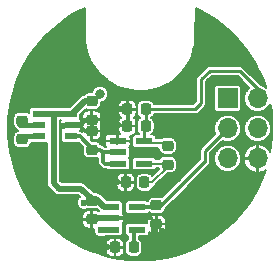
<source format=gtl>
G04 #@! TF.GenerationSoftware,KiCad,Pcbnew,(5.99.0-11526-gd613292b67)*
G04 #@! TF.CreationDate,2021-07-26T20:03:08-04:00*
G04 #@! TF.ProjectId,psu,7073752e-6b69-4636-9164-5f7063625858,rev?*
G04 #@! TF.SameCoordinates,Original*
G04 #@! TF.FileFunction,Copper,L1,Top*
G04 #@! TF.FilePolarity,Positive*
%FSLAX46Y46*%
G04 Gerber Fmt 4.6, Leading zero omitted, Abs format (unit mm)*
G04 Created by KiCad (PCBNEW (5.99.0-11526-gd613292b67)) date 2021-07-26 20:03:08*
%MOMM*%
%LPD*%
G01*
G04 APERTURE LIST*
G04 Aperture macros list*
%AMRoundRect*
0 Rectangle with rounded corners*
0 $1 Rounding radius*
0 $2 $3 $4 $5 $6 $7 $8 $9 X,Y pos of 4 corners*
0 Add a 4 corners polygon primitive as box body*
4,1,4,$2,$3,$4,$5,$6,$7,$8,$9,$2,$3,0*
0 Add four circle primitives for the rounded corners*
1,1,$1+$1,$2,$3*
1,1,$1+$1,$4,$5*
1,1,$1+$1,$6,$7*
1,1,$1+$1,$8,$9*
0 Add four rect primitives between the rounded corners*
20,1,$1+$1,$2,$3,$4,$5,0*
20,1,$1+$1,$4,$5,$6,$7,0*
20,1,$1+$1,$6,$7,$8,$9,0*
20,1,$1+$1,$8,$9,$2,$3,0*%
G04 Aperture macros list end*
G04 #@! TA.AperFunction,SMDPad,CuDef*
%ADD10RoundRect,0.218750X-0.218750X-0.256250X0.218750X-0.256250X0.218750X0.256250X-0.218750X0.256250X0*%
G04 #@! TD*
G04 #@! TA.AperFunction,SMDPad,CuDef*
%ADD11R,1.473200X0.558800*%
G04 #@! TD*
G04 #@! TA.AperFunction,ComponentPad*
%ADD12R,1.700000X1.700000*%
G04 #@! TD*
G04 #@! TA.AperFunction,ComponentPad*
%ADD13O,1.700000X1.700000*%
G04 #@! TD*
G04 #@! TA.AperFunction,SMDPad,CuDef*
%ADD14RoundRect,0.218750X0.256250X-0.218750X0.256250X0.218750X-0.256250X0.218750X-0.256250X-0.218750X0*%
G04 #@! TD*
G04 #@! TA.AperFunction,SMDPad,CuDef*
%ADD15RoundRect,0.218750X-0.256250X0.218750X-0.256250X-0.218750X0.256250X-0.218750X0.256250X0.218750X0*%
G04 #@! TD*
G04 #@! TA.AperFunction,SMDPad,CuDef*
%ADD16R,1.041400X0.609600*%
G04 #@! TD*
G04 #@! TA.AperFunction,ViaPad*
%ADD17C,0.600000*%
G04 #@! TD*
G04 #@! TA.AperFunction,ViaPad*
%ADD18C,0.800000*%
G04 #@! TD*
G04 #@! TA.AperFunction,Conductor*
%ADD19C,0.250000*%
G04 #@! TD*
G04 #@! TA.AperFunction,Conductor*
%ADD20C,0.500000*%
G04 #@! TD*
G04 #@! TA.AperFunction,Conductor*
%ADD21C,0.200000*%
G04 #@! TD*
G04 #@! TA.AperFunction,Conductor*
%ADD22C,0.300000*%
G04 #@! TD*
G04 #@! TA.AperFunction,Conductor*
%ADD23C,0.400000*%
G04 #@! TD*
G04 APERTURE END LIST*
D10*
X197862500Y-110675000D03*
X199437500Y-110675000D03*
D11*
X197517350Y-107262498D03*
X197517350Y-108212499D03*
X197517350Y-109162500D03*
X199752550Y-109162500D03*
X199752550Y-107262498D03*
D12*
X207410000Y-98060000D03*
D13*
X209950000Y-98060000D03*
X207410000Y-100600000D03*
X209950000Y-100600000D03*
X207410000Y-103140000D03*
X209950000Y-103140000D03*
D14*
X195900000Y-108287500D03*
X195900000Y-106712500D03*
X195894600Y-99855001D03*
X195894600Y-98280001D03*
X201375000Y-108687500D03*
X201375000Y-107112500D03*
X190025000Y-101506001D03*
X190025000Y-99931001D03*
D15*
X195894600Y-100820001D03*
X195894600Y-102395001D03*
D10*
X198780100Y-105162501D03*
X200355100Y-105162501D03*
D14*
X202317600Y-103650001D03*
X202317600Y-102075001D03*
D16*
X194117600Y-101262501D03*
X194117600Y-100312500D03*
X194117600Y-99362499D03*
X191417600Y-99362499D03*
X191417600Y-100312500D03*
X191417600Y-101262501D03*
D10*
X198901500Y-100390000D03*
X200476500Y-100390000D03*
D11*
X198100000Y-101675000D03*
X198100000Y-102625001D03*
X198100000Y-103575002D03*
X200335200Y-103575002D03*
X200335200Y-101675000D03*
D10*
X198902500Y-98970000D03*
X200477500Y-98970000D03*
D17*
X198075000Y-105162501D03*
X192825000Y-98450001D03*
X198090000Y-100320000D03*
X197975000Y-108200000D03*
X201850000Y-109300000D03*
X194417600Y-104212501D03*
X197200000Y-110600000D03*
X198310000Y-98920000D03*
X194800000Y-100337501D03*
X191417600Y-102762501D03*
X205800000Y-98840000D03*
X201200000Y-109300000D03*
X207180000Y-96480000D03*
X203067600Y-104762501D03*
X193460000Y-100350000D03*
X204500000Y-95930000D03*
D18*
X196600000Y-97700001D03*
D17*
X196700000Y-109225000D03*
X195240000Y-106880000D03*
D19*
X194878600Y-100337501D02*
X194142601Y-100337501D01*
D20*
X198062499Y-101712501D02*
X198100000Y-101675000D01*
D19*
X196021600Y-100820001D02*
X195361100Y-100820001D01*
X194142601Y-100337501D02*
X194117600Y-100312500D01*
D20*
X197517350Y-108212499D02*
X196284950Y-108212499D01*
D19*
X196021600Y-99855001D02*
X195361100Y-99855001D01*
X195361100Y-99855001D02*
X194878600Y-100337501D01*
X195361100Y-100820001D02*
X194878600Y-100337501D01*
X195894600Y-99855001D02*
X195894600Y-100820001D01*
D21*
X194430100Y-104200001D02*
X194417600Y-104212501D01*
X199100000Y-100300000D02*
X198067600Y-100312501D01*
D19*
X203067600Y-104762501D02*
X203067600Y-104650001D01*
X198075000Y-105162501D02*
X198780100Y-105162501D01*
D21*
X198017600Y-100262501D02*
X198017600Y-101592600D01*
D22*
X200887500Y-108200000D02*
X197975000Y-108200000D01*
D21*
X201375000Y-108687500D02*
X200887500Y-108200000D01*
X199080100Y-100301501D02*
X199044100Y-100337501D01*
X199080100Y-98612501D02*
X199080100Y-100301501D01*
X198017600Y-101592600D02*
X198100000Y-101675000D01*
X197517349Y-107262499D02*
X197517350Y-107262498D01*
D20*
X191417600Y-99362499D02*
X192817602Y-99362499D01*
X192817602Y-99362499D02*
X194117600Y-99362499D01*
X192675000Y-104962503D02*
X192675000Y-99362499D01*
X194917600Y-105712500D02*
X194067600Y-105712500D01*
X192675000Y-105250000D02*
X193137500Y-105712500D01*
X194237502Y-99362499D02*
X195320000Y-98280001D01*
X192675000Y-104962503D02*
X192675000Y-105250000D01*
D21*
X197517350Y-109162500D02*
X198087500Y-109162500D01*
D20*
X195025000Y-105712500D02*
X195900000Y-106587500D01*
X194917600Y-105712500D02*
X195025000Y-105712500D01*
X194117600Y-99362499D02*
X194237502Y-99362499D01*
D21*
X198087500Y-109162500D02*
X198123351Y-109162500D01*
D20*
X196300000Y-106600000D02*
X196974998Y-107274998D01*
D22*
X195894600Y-98430001D02*
X196600000Y-97700001D01*
D21*
X198012498Y-107262498D02*
X197517350Y-107262498D01*
D22*
X195320000Y-98280001D02*
X195894600Y-98280001D01*
D20*
X193137500Y-105712500D02*
X193924998Y-105712500D01*
X194067600Y-105712500D02*
X193924998Y-105712500D01*
D21*
X198062500Y-107312500D02*
X198012498Y-107262498D01*
X199752550Y-107262498D02*
X200209750Y-107262498D01*
X199752550Y-107262498D02*
X200022451Y-107262498D01*
D22*
X203650621Y-105300000D02*
X203650621Y-105259379D01*
D19*
X205500000Y-102510000D02*
X205595000Y-102415000D01*
D21*
X207657599Y-100572501D02*
X207567600Y-100662500D01*
D19*
X205595000Y-102415000D02*
X207410000Y-100600000D01*
X205500000Y-103410000D02*
X205500000Y-102510000D01*
D22*
X201274998Y-107262498D02*
X201337500Y-107325000D01*
X199752550Y-107262498D02*
X201274998Y-107262498D01*
X201337500Y-107325000D02*
X201625621Y-107325000D01*
X201625621Y-107325000D02*
X203650621Y-105300000D01*
X203650621Y-105259379D02*
X205500000Y-103410000D01*
D21*
X207667599Y-100572501D02*
X207657599Y-100572501D01*
D22*
X194889100Y-101262501D02*
X196021600Y-102395001D01*
X194117600Y-101262501D02*
X194889100Y-101262501D01*
X196625100Y-102395001D02*
X196021600Y-102395001D01*
X196855100Y-102625001D02*
X196625100Y-102395001D01*
X196855100Y-102625001D02*
X198100000Y-102625001D01*
X197030101Y-103575002D02*
X198100000Y-103575002D01*
X196855100Y-103400001D02*
X197030101Y-103575002D01*
X196855100Y-102625001D02*
X196855100Y-103400001D01*
D21*
X202317600Y-101825001D02*
X200485201Y-101825001D01*
D19*
X200476500Y-100390000D02*
X200476500Y-98971000D01*
X200335200Y-101675000D02*
X200335200Y-100531300D01*
X200476500Y-98971000D02*
X200477500Y-98970000D01*
X205170000Y-96440000D02*
X205870000Y-95740000D01*
X208430000Y-95740000D02*
X209950000Y-97260000D01*
X204650000Y-98970000D02*
X205170000Y-98450000D01*
X200335200Y-100531300D02*
X200476500Y-100390000D01*
X205170000Y-98450000D02*
X205170000Y-96440000D01*
D21*
X200485201Y-101825001D02*
X200335200Y-101675000D01*
D19*
X209950000Y-97260000D02*
X209950000Y-98060000D01*
D21*
X200655100Y-98612501D02*
X200762500Y-98612501D01*
D19*
X200477500Y-98970000D02*
X204650000Y-98970000D01*
X205870000Y-95740000D02*
X208430000Y-95740000D01*
D23*
X191417600Y-100312500D02*
X189855100Y-100312500D01*
X189800000Y-101262501D02*
X191417600Y-101262501D01*
D22*
X199437500Y-109477550D02*
X199752550Y-109162500D01*
X199437500Y-110675000D02*
X199437500Y-109477550D01*
D21*
X202142599Y-103575002D02*
X202317600Y-103400001D01*
X202317600Y-103400001D02*
X202317600Y-103837501D01*
X200992600Y-105162501D02*
X200355100Y-105162501D01*
X200335200Y-103575002D02*
X202142599Y-103575002D01*
X202317600Y-103837501D02*
X200992600Y-105162501D01*
X195326253Y-92843838D02*
X195322879Y-92860553D01*
X195320960Y-92882907D01*
X195320980Y-92883623D01*
X195321930Y-92890347D01*
X195321770Y-92890359D01*
X195352694Y-93305870D01*
X195353778Y-93314855D01*
X195422876Y-93727945D01*
X195424775Y-93736794D01*
X195531309Y-94141848D01*
X195534009Y-94150486D01*
X195677087Y-94544119D01*
X195680564Y-94552474D01*
X195858991Y-94931396D01*
X195863217Y-94939400D01*
X196075503Y-95300444D01*
X196080442Y-95308027D01*
X196324812Y-95648177D01*
X196330423Y-95655278D01*
X196604834Y-95971690D01*
X196611070Y-95978249D01*
X196913230Y-96268279D01*
X196920039Y-96274242D01*
X197247422Y-96535466D01*
X197254746Y-96540781D01*
X197604617Y-96771018D01*
X197612397Y-96775642D01*
X197981831Y-96972965D01*
X197990000Y-96976860D01*
X198375910Y-97139622D01*
X198384402Y-97142754D01*
X198783564Y-97269593D01*
X198792305Y-97271937D01*
X199201381Y-97361795D01*
X199210300Y-97363330D01*
X199625874Y-97415455D01*
X199634896Y-97416170D01*
X200053493Y-97430126D01*
X200062543Y-97430014D01*
X200480665Y-97405685D01*
X200489666Y-97404747D01*
X200903819Y-97342336D01*
X200912697Y-97340580D01*
X201319421Y-97240610D01*
X201328102Y-97238050D01*
X201723996Y-97101354D01*
X201732407Y-97098012D01*
X202114164Y-96925734D01*
X202122234Y-96921638D01*
X202486663Y-96715217D01*
X202494326Y-96710401D01*
X202838382Y-96471562D01*
X202845573Y-96466067D01*
X203166380Y-96196807D01*
X203173039Y-96190678D01*
X203467916Y-95893247D01*
X203473987Y-95886535D01*
X203740471Y-95563417D01*
X203745904Y-95556180D01*
X203981766Y-95210078D01*
X203986516Y-95202374D01*
X204189786Y-94836178D01*
X204193812Y-94828072D01*
X204362791Y-94444843D01*
X204366060Y-94436404D01*
X204499337Y-94039346D01*
X204501822Y-94030643D01*
X204598281Y-93623072D01*
X204599960Y-93614179D01*
X204658797Y-93199503D01*
X204659658Y-93190494D01*
X204680230Y-92775191D01*
X204680100Y-92775185D01*
X204680890Y-92768550D01*
X204680894Y-92767834D01*
X204678499Y-92745627D01*
X204676193Y-92735339D01*
X204706968Y-90411285D01*
X204903363Y-90499803D01*
X205490294Y-90807310D01*
X206058045Y-91148995D01*
X206604570Y-91523626D01*
X207128013Y-91929931D01*
X207626494Y-92366450D01*
X208098321Y-92831701D01*
X208541807Y-93324023D01*
X208955413Y-93841704D01*
X209337681Y-94382921D01*
X209687290Y-94945806D01*
X210003016Y-95528385D01*
X210283734Y-96128582D01*
X210528483Y-96744343D01*
X210665970Y-97160380D01*
X210603380Y-97108601D01*
X210587362Y-97097797D01*
X210406142Y-96999812D01*
X210388330Y-96992325D01*
X210235283Y-96944949D01*
X208743273Y-95452939D01*
X208718294Y-95423170D01*
X208691954Y-95401069D01*
X208658295Y-95381636D01*
X208626469Y-95359351D01*
X208595308Y-95344820D01*
X208593850Y-95344429D01*
X208592545Y-95343676D01*
X208560235Y-95331916D01*
X208521974Y-95325170D01*
X208484432Y-95315110D01*
X208450178Y-95312113D01*
X208411466Y-95315500D01*
X205888522Y-95315500D01*
X205849822Y-95312114D01*
X205815569Y-95315111D01*
X205778040Y-95325167D01*
X205739765Y-95331916D01*
X205707457Y-95343675D01*
X205706148Y-95344431D01*
X205704692Y-95344821D01*
X205673533Y-95359350D01*
X205641707Y-95381635D01*
X205608045Y-95401069D01*
X205581707Y-95423170D01*
X205556736Y-95452929D01*
X204882939Y-96126727D01*
X204853170Y-96151706D01*
X204831069Y-96178046D01*
X204811636Y-96211705D01*
X204789351Y-96243531D01*
X204774820Y-96274692D01*
X204774429Y-96276150D01*
X204773676Y-96277455D01*
X204761916Y-96309765D01*
X204755170Y-96348026D01*
X204745110Y-96385568D01*
X204742113Y-96419822D01*
X204745500Y-96458534D01*
X204745500Y-98274166D01*
X204474166Y-98545500D01*
X201190716Y-98545500D01*
X201188161Y-98537635D01*
X201127868Y-98419304D01*
X201109662Y-98394245D01*
X201081557Y-98366140D01*
X201075253Y-98357652D01*
X201045072Y-98329655D01*
X201015755Y-98300338D01*
X201005211Y-98292677D01*
X200993181Y-98281518D01*
X200962539Y-98262148D01*
X200911547Y-98241804D01*
X200872365Y-98221840D01*
X200842907Y-98212268D01*
X200744733Y-98196719D01*
X200729246Y-98195500D01*
X200225754Y-98195500D01*
X200210267Y-98196719D01*
X200112093Y-98212268D01*
X200082635Y-98221839D01*
X199964304Y-98282132D01*
X199939245Y-98300338D01*
X199845338Y-98394245D01*
X199827132Y-98419304D01*
X199766839Y-98537635D01*
X199757268Y-98567093D01*
X199741719Y-98665267D01*
X199740500Y-98680754D01*
X199740500Y-99259246D01*
X199741719Y-99274733D01*
X199757268Y-99372907D01*
X199766839Y-99402365D01*
X199827132Y-99520696D01*
X199845338Y-99545755D01*
X199939245Y-99639662D01*
X199964304Y-99657868D01*
X200007240Y-99679745D01*
X199963304Y-99702132D01*
X199938245Y-99720338D01*
X199844338Y-99814245D01*
X199826132Y-99839304D01*
X199765839Y-99957635D01*
X199756268Y-99987093D01*
X199740719Y-100085267D01*
X199739500Y-100100754D01*
X199739500Y-100679246D01*
X199740719Y-100694733D01*
X199756268Y-100792907D01*
X199765839Y-100822365D01*
X199826132Y-100940696D01*
X199844338Y-100965755D01*
X199910700Y-101032117D01*
X199910700Y-101096100D01*
X199578852Y-101096100D01*
X199559538Y-101098002D01*
X199501055Y-101109635D01*
X199465367Y-101124418D01*
X199399046Y-101168733D01*
X199371733Y-101196046D01*
X199327418Y-101262367D01*
X199312635Y-101298055D01*
X199301002Y-101356538D01*
X199299100Y-101375852D01*
X199299100Y-101974148D01*
X199301002Y-101993462D01*
X199312635Y-102051945D01*
X199327418Y-102087633D01*
X199371733Y-102153954D01*
X199399046Y-102181267D01*
X199465367Y-102225582D01*
X199501055Y-102240365D01*
X199559538Y-102251998D01*
X199578852Y-102253900D01*
X201091548Y-102253900D01*
X201110862Y-102251998D01*
X201169345Y-102240365D01*
X201205033Y-102225582D01*
X201206651Y-102224501D01*
X201543100Y-102224501D01*
X201543100Y-102326747D01*
X201544319Y-102342234D01*
X201559868Y-102440408D01*
X201569439Y-102469866D01*
X201629732Y-102588197D01*
X201647938Y-102613256D01*
X201741845Y-102707163D01*
X201766904Y-102725369D01*
X201885235Y-102785662D01*
X201914693Y-102795233D01*
X202012867Y-102810782D01*
X202028354Y-102812001D01*
X202606846Y-102812001D01*
X202622333Y-102810782D01*
X202720507Y-102795233D01*
X202749965Y-102785662D01*
X202868296Y-102725369D01*
X202893355Y-102707163D01*
X202987262Y-102613256D01*
X203005468Y-102588197D01*
X203065761Y-102469866D01*
X203075332Y-102440408D01*
X203090881Y-102342234D01*
X203092100Y-102326747D01*
X203092100Y-101823255D01*
X203090881Y-101807768D01*
X203075332Y-101709594D01*
X203065761Y-101680136D01*
X203005468Y-101561805D01*
X202987262Y-101536746D01*
X202893355Y-101442839D01*
X202868296Y-101424633D01*
X202749965Y-101364340D01*
X202720507Y-101354769D01*
X202622333Y-101339220D01*
X202606846Y-101338001D01*
X202028354Y-101338001D01*
X202012867Y-101339220D01*
X201914693Y-101354769D01*
X201885235Y-101364340D01*
X201766904Y-101424633D01*
X201765709Y-101425501D01*
X201371300Y-101425501D01*
X201371300Y-101375852D01*
X201369398Y-101356538D01*
X201357765Y-101298055D01*
X201342982Y-101262367D01*
X201298667Y-101196046D01*
X201271354Y-101168733D01*
X201205033Y-101124418D01*
X201169345Y-101109635D01*
X201110862Y-101098002D01*
X201091548Y-101096100D01*
X200953914Y-101096100D01*
X200989696Y-101077868D01*
X201014755Y-101059662D01*
X201108662Y-100965755D01*
X201126868Y-100940696D01*
X201187161Y-100822365D01*
X201196732Y-100792907D01*
X201212281Y-100694733D01*
X201213500Y-100679246D01*
X201213500Y-100100754D01*
X201212281Y-100085267D01*
X201196732Y-99987093D01*
X201187161Y-99957635D01*
X201126868Y-99839304D01*
X201108662Y-99814245D01*
X201014755Y-99720338D01*
X200989696Y-99702132D01*
X200946760Y-99680255D01*
X200990696Y-99657868D01*
X201015755Y-99639662D01*
X201109662Y-99545755D01*
X201127868Y-99520696D01*
X201188161Y-99402365D01*
X201190716Y-99394500D01*
X204631466Y-99394500D01*
X204670178Y-99397887D01*
X204704432Y-99394890D01*
X204741974Y-99384830D01*
X204780235Y-99378084D01*
X204812545Y-99366324D01*
X204813850Y-99365571D01*
X204815308Y-99365180D01*
X204846469Y-99350649D01*
X204878295Y-99328364D01*
X204911954Y-99308931D01*
X204938293Y-99286830D01*
X204963269Y-99257065D01*
X205457061Y-98763273D01*
X205486830Y-98738294D01*
X205508931Y-98711954D01*
X205528364Y-98678295D01*
X205550649Y-98646469D01*
X205565180Y-98615308D01*
X205565571Y-98613850D01*
X205566324Y-98612545D01*
X205578084Y-98580235D01*
X205584830Y-98541974D01*
X205594890Y-98504432D01*
X205597887Y-98470178D01*
X205594500Y-98431466D01*
X205594500Y-97190252D01*
X206260500Y-97190252D01*
X206260500Y-98929748D01*
X206262402Y-98949062D01*
X206274035Y-99007545D01*
X206288818Y-99043233D01*
X206333133Y-99109554D01*
X206360446Y-99136867D01*
X206426767Y-99181182D01*
X206462455Y-99195965D01*
X206520938Y-99207598D01*
X206540252Y-99209500D01*
X208279748Y-99209500D01*
X208299062Y-99207598D01*
X208357545Y-99195965D01*
X208393233Y-99181182D01*
X208459554Y-99136867D01*
X208486867Y-99109554D01*
X208531182Y-99043233D01*
X208545965Y-99007545D01*
X208557598Y-98949062D01*
X208559500Y-98929748D01*
X208559500Y-97190252D01*
X208557598Y-97170938D01*
X208545965Y-97112455D01*
X208531182Y-97076767D01*
X208486867Y-97010446D01*
X208459554Y-96983133D01*
X208393233Y-96938818D01*
X208357545Y-96924035D01*
X208299062Y-96912402D01*
X208279748Y-96910500D01*
X206540252Y-96910500D01*
X206520938Y-96912402D01*
X206462455Y-96924035D01*
X206426767Y-96938818D01*
X206360446Y-96983133D01*
X206333133Y-97010446D01*
X206288818Y-97076767D01*
X206274035Y-97112455D01*
X206262402Y-97170938D01*
X206260500Y-97190252D01*
X205594500Y-97190252D01*
X205594500Y-96615834D01*
X206045835Y-96164500D01*
X208254166Y-96164500D01*
X209243045Y-97153379D01*
X209149413Y-97228660D01*
X209135609Y-97242179D01*
X209003186Y-97399994D01*
X208992270Y-97415936D01*
X208893022Y-97596468D01*
X208885410Y-97614227D01*
X208823118Y-97810597D01*
X208819101Y-97829497D01*
X208796137Y-98034227D01*
X208795867Y-98053546D01*
X208813106Y-98258837D01*
X208816594Y-98277841D01*
X208873379Y-98475874D01*
X208880492Y-98493839D01*
X208974660Y-98677071D01*
X208985126Y-98693312D01*
X209113091Y-98854764D01*
X209126513Y-98868662D01*
X209283400Y-99002183D01*
X209299266Y-99013210D01*
X209479100Y-99113716D01*
X209496805Y-99121452D01*
X209692736Y-99185114D01*
X209711607Y-99189263D01*
X209916172Y-99213655D01*
X209935489Y-99214059D01*
X210140895Y-99198254D01*
X210159923Y-99194899D01*
X210358348Y-99139498D01*
X210376362Y-99132511D01*
X210560247Y-99039624D01*
X210576560Y-99029271D01*
X210738901Y-98902437D01*
X210752894Y-98889112D01*
X210887507Y-98733160D01*
X210898644Y-98717372D01*
X211000403Y-98538244D01*
X211008262Y-98520593D01*
X211009298Y-98517480D01*
X211038954Y-98663135D01*
X211132536Y-99319112D01*
X211187172Y-99979468D01*
X211202671Y-100641899D01*
X211178979Y-101304106D01*
X211116181Y-101963727D01*
X211018153Y-102594923D01*
X210980714Y-102519003D01*
X210971247Y-102503555D01*
X210850286Y-102341569D01*
X210838163Y-102328105D01*
X210689708Y-102190874D01*
X210675334Y-102179845D01*
X210504356Y-102071967D01*
X210488215Y-102063742D01*
X210300441Y-101988827D01*
X210283069Y-101983681D01*
X210094314Y-101946136D01*
X210033552Y-101953328D01*
X209988623Y-101994861D01*
X209976000Y-102043234D01*
X209976000Y-104233458D01*
X209994907Y-104291649D01*
X210044407Y-104327613D01*
X210089206Y-104331434D01*
X210222096Y-104312166D01*
X210239712Y-104307936D01*
X210431149Y-104242952D01*
X210447701Y-104235583D01*
X210614029Y-104142434D01*
X210480327Y-104530825D01*
X210227983Y-105143507D01*
X209939858Y-105740198D01*
X209616950Y-106318830D01*
X209260420Y-106877322D01*
X208871472Y-107413791D01*
X208451500Y-107926310D01*
X208001946Y-108413124D01*
X207524426Y-108872480D01*
X207020570Y-109302811D01*
X206492143Y-109702610D01*
X205941015Y-110070461D01*
X205369104Y-110405085D01*
X204778396Y-110705317D01*
X204170991Y-110970094D01*
X203548983Y-111198500D01*
X202914572Y-111389731D01*
X202269937Y-111543126D01*
X201617397Y-111658135D01*
X200959163Y-111734368D01*
X200297606Y-111771550D01*
X199634980Y-111769555D01*
X198973638Y-111728389D01*
X198315906Y-111648198D01*
X197664048Y-111529259D01*
X197020374Y-111371991D01*
X196387101Y-111176937D01*
X195766498Y-110944797D01*
X195439716Y-110800000D01*
X197076001Y-110800000D01*
X197076001Y-110987262D01*
X197076440Y-110996576D01*
X197079541Y-111029391D01*
X197084694Y-111052879D01*
X197131397Y-111185872D01*
X197145172Y-111211889D01*
X197228917Y-111325269D01*
X197249731Y-111346083D01*
X197363111Y-111429828D01*
X197389128Y-111443603D01*
X197522121Y-111490306D01*
X197545606Y-111495459D01*
X197578420Y-111498561D01*
X197587737Y-111499000D01*
X197737500Y-111499000D01*
X197795691Y-111480093D01*
X197831655Y-111430593D01*
X197836500Y-111400000D01*
X197836500Y-110800000D01*
X197888500Y-110800000D01*
X197888500Y-111399999D01*
X197907407Y-111458190D01*
X197956907Y-111494154D01*
X197987500Y-111498999D01*
X198137262Y-111498999D01*
X198146576Y-111498560D01*
X198179391Y-111495459D01*
X198202879Y-111490306D01*
X198335872Y-111443603D01*
X198361889Y-111429828D01*
X198475269Y-111346083D01*
X198496083Y-111325269D01*
X198579828Y-111211889D01*
X198593603Y-111185872D01*
X198640306Y-111052879D01*
X198645459Y-111029394D01*
X198648561Y-110996580D01*
X198649000Y-110987263D01*
X198649000Y-110800000D01*
X198630093Y-110741809D01*
X198580593Y-110705845D01*
X198550000Y-110701000D01*
X197987500Y-110701000D01*
X197929309Y-110719907D01*
X197893345Y-110769407D01*
X197888500Y-110800000D01*
X197836500Y-110800000D01*
X197817593Y-110741809D01*
X197768093Y-110705845D01*
X197737500Y-110701000D01*
X197175001Y-110701000D01*
X197116810Y-110719907D01*
X197080846Y-110769407D01*
X197076001Y-110800000D01*
X195439716Y-110800000D01*
X195160672Y-110676356D01*
X194571802Y-110372581D01*
X194555207Y-110362737D01*
X197076000Y-110362737D01*
X197076000Y-110550000D01*
X197094907Y-110608191D01*
X197144407Y-110644155D01*
X197175000Y-110649000D01*
X197737500Y-110649000D01*
X197795691Y-110630093D01*
X197831655Y-110580593D01*
X197836500Y-110550000D01*
X197836500Y-109950001D01*
X197836500Y-109950000D01*
X197888500Y-109950000D01*
X197888500Y-110550000D01*
X197907407Y-110608191D01*
X197956907Y-110644155D01*
X197987500Y-110649000D01*
X198549999Y-110649000D01*
X198608190Y-110630093D01*
X198644154Y-110580593D01*
X198648999Y-110550000D01*
X198648999Y-110385754D01*
X198700500Y-110385754D01*
X198700500Y-110964246D01*
X198701719Y-110979733D01*
X198717268Y-111077907D01*
X198726839Y-111107365D01*
X198787132Y-111225696D01*
X198805338Y-111250755D01*
X198899245Y-111344662D01*
X198924304Y-111362868D01*
X199042635Y-111423161D01*
X199072093Y-111432732D01*
X199170267Y-111448281D01*
X199185754Y-111449500D01*
X199689246Y-111449500D01*
X199704733Y-111448281D01*
X199802907Y-111432732D01*
X199832365Y-111423161D01*
X199950696Y-111362868D01*
X199975755Y-111344662D01*
X200069662Y-111250755D01*
X200087868Y-111225696D01*
X200148161Y-111107365D01*
X200157732Y-111077907D01*
X200173281Y-110979733D01*
X200174500Y-110964246D01*
X200174500Y-110385754D01*
X200173281Y-110370267D01*
X200157732Y-110272093D01*
X200148161Y-110242635D01*
X200087868Y-110124304D01*
X200069662Y-110099245D01*
X199975755Y-110005338D01*
X199950696Y-109987132D01*
X199887000Y-109954677D01*
X199887000Y-109741400D01*
X200508898Y-109741400D01*
X200528212Y-109739498D01*
X200586695Y-109727865D01*
X200622383Y-109713082D01*
X200688704Y-109668767D01*
X200716017Y-109641454D01*
X200760332Y-109575133D01*
X200775115Y-109539445D01*
X200786748Y-109480962D01*
X200788650Y-109461648D01*
X200788650Y-109368295D01*
X200838111Y-109404828D01*
X200864128Y-109418603D01*
X200997121Y-109465306D01*
X201020606Y-109470459D01*
X201053420Y-109473561D01*
X201062737Y-109474000D01*
X201250000Y-109474000D01*
X201308191Y-109455093D01*
X201344155Y-109405593D01*
X201349000Y-109375000D01*
X201349000Y-108812500D01*
X201401000Y-108812500D01*
X201401000Y-109374999D01*
X201419907Y-109433190D01*
X201469407Y-109469154D01*
X201500000Y-109473999D01*
X201687262Y-109473999D01*
X201696576Y-109473560D01*
X201729391Y-109470459D01*
X201752879Y-109465306D01*
X201885872Y-109418603D01*
X201911889Y-109404828D01*
X202025269Y-109321083D01*
X202046083Y-109300269D01*
X202129828Y-109186889D01*
X202143603Y-109160872D01*
X202190306Y-109027879D01*
X202195459Y-109004394D01*
X202198561Y-108971580D01*
X202199000Y-108962263D01*
X202199000Y-108812500D01*
X202180093Y-108754309D01*
X202130593Y-108718345D01*
X202100000Y-108713500D01*
X201500000Y-108713500D01*
X201441809Y-108732407D01*
X201405845Y-108781907D01*
X201401000Y-108812500D01*
X201349000Y-108812500D01*
X201349000Y-108000001D01*
X201349000Y-108000000D01*
X201401000Y-108000000D01*
X201401000Y-108562500D01*
X201419907Y-108620691D01*
X201469407Y-108656655D01*
X201500000Y-108661500D01*
X202099999Y-108661500D01*
X202158190Y-108642593D01*
X202194154Y-108593093D01*
X202198999Y-108562500D01*
X202198999Y-108412738D01*
X202198560Y-108403424D01*
X202195459Y-108370609D01*
X202190306Y-108347121D01*
X202143603Y-108214128D01*
X202129828Y-108188111D01*
X202046083Y-108074731D01*
X202025269Y-108053917D01*
X201911889Y-107970172D01*
X201885872Y-107956397D01*
X201752879Y-107909694D01*
X201729394Y-107904541D01*
X201696580Y-107901439D01*
X201687263Y-107901000D01*
X201500000Y-107901000D01*
X201441809Y-107919907D01*
X201405845Y-107969407D01*
X201401000Y-108000000D01*
X201349000Y-108000000D01*
X201330093Y-107941810D01*
X201280593Y-107905846D01*
X201250000Y-107901001D01*
X201062738Y-107901001D01*
X201053424Y-107901440D01*
X201020609Y-107904541D01*
X200997121Y-107909694D01*
X200864128Y-107956397D01*
X200838111Y-107970172D01*
X200724731Y-108053917D01*
X200703917Y-108074731D01*
X200620172Y-108188111D01*
X200606397Y-108214128D01*
X200559694Y-108347121D01*
X200554541Y-108370606D01*
X200551439Y-108403420D01*
X200551000Y-108412737D01*
X200551001Y-108590035D01*
X200528212Y-108585502D01*
X200508898Y-108583600D01*
X198996202Y-108583600D01*
X198976888Y-108585502D01*
X198918405Y-108597135D01*
X198882717Y-108611918D01*
X198816396Y-108656233D01*
X198789083Y-108683546D01*
X198744768Y-108749867D01*
X198729985Y-108785555D01*
X198718352Y-108844038D01*
X198716450Y-108863352D01*
X198716450Y-109461648D01*
X198718352Y-109480962D01*
X198729985Y-109539445D01*
X198744768Y-109575133D01*
X198789083Y-109641454D01*
X198816396Y-109668767D01*
X198882717Y-109713082D01*
X198918405Y-109727865D01*
X198976888Y-109739498D01*
X198988000Y-109740592D01*
X198988000Y-109954677D01*
X198924304Y-109987132D01*
X198899245Y-110005338D01*
X198805338Y-110099245D01*
X198787132Y-110124304D01*
X198726839Y-110242635D01*
X198717268Y-110272093D01*
X198701719Y-110370267D01*
X198700500Y-110385754D01*
X198648999Y-110385754D01*
X198648999Y-110362738D01*
X198648560Y-110353424D01*
X198645459Y-110320609D01*
X198640306Y-110297121D01*
X198593603Y-110164128D01*
X198579828Y-110138111D01*
X198496083Y-110024731D01*
X198475269Y-110003917D01*
X198361889Y-109920172D01*
X198335872Y-109906397D01*
X198202879Y-109859694D01*
X198179394Y-109854541D01*
X198146580Y-109851439D01*
X198137263Y-109851000D01*
X197987500Y-109851000D01*
X197929309Y-109869907D01*
X197893345Y-109919407D01*
X197888500Y-109950000D01*
X197836500Y-109950000D01*
X197817593Y-109891810D01*
X197768093Y-109855846D01*
X197737500Y-109851001D01*
X197587738Y-109851001D01*
X197578424Y-109851440D01*
X197545609Y-109854541D01*
X197522121Y-109859694D01*
X197389128Y-109906397D01*
X197363111Y-109920172D01*
X197249731Y-110003917D01*
X197228917Y-110024731D01*
X197145172Y-110138111D01*
X197131397Y-110164128D01*
X197084694Y-110297121D01*
X197079541Y-110320606D01*
X197076439Y-110353420D01*
X197076000Y-110362737D01*
X194555207Y-110362737D01*
X194001916Y-110034521D01*
X193453002Y-109663350D01*
X192927003Y-109260387D01*
X192425750Y-108827031D01*
X191999988Y-108412500D01*
X195076001Y-108412500D01*
X195076001Y-108562262D01*
X195076440Y-108571576D01*
X195079541Y-108604391D01*
X195084694Y-108627879D01*
X195131397Y-108760872D01*
X195145172Y-108786889D01*
X195228917Y-108900269D01*
X195249731Y-108921083D01*
X195363111Y-109004828D01*
X195389128Y-109018603D01*
X195522121Y-109065306D01*
X195545606Y-109070459D01*
X195578420Y-109073561D01*
X195587737Y-109074000D01*
X195775000Y-109074000D01*
X195833191Y-109055093D01*
X195869155Y-109005593D01*
X195874000Y-108975000D01*
X195874000Y-108412500D01*
X195926000Y-108412500D01*
X195926000Y-108974999D01*
X195944907Y-109033190D01*
X195994407Y-109069154D01*
X196025000Y-109073999D01*
X196116747Y-109073999D01*
X196096570Y-109203593D01*
X196096227Y-109231659D01*
X196114816Y-109373815D01*
X196122364Y-109400851D01*
X196180104Y-109532075D01*
X196194937Y-109555905D01*
X196287187Y-109665650D01*
X196308112Y-109684359D01*
X196427455Y-109763801D01*
X196452791Y-109775886D01*
X196589635Y-109818638D01*
X196617342Y-109823125D01*
X196760684Y-109825753D01*
X196788539Y-109822284D01*
X196926857Y-109784574D01*
X196952618Y-109773426D01*
X197004777Y-109741400D01*
X198273698Y-109741400D01*
X198293012Y-109739498D01*
X198351495Y-109727865D01*
X198387183Y-109713082D01*
X198453504Y-109668767D01*
X198480817Y-109641454D01*
X198525132Y-109575133D01*
X198539915Y-109539445D01*
X198551548Y-109480962D01*
X198553450Y-109461648D01*
X198553450Y-108863352D01*
X198551548Y-108844038D01*
X198539915Y-108785555D01*
X198525132Y-108749867D01*
X198512574Y-108731072D01*
X198516506Y-108727140D01*
X198571761Y-108644445D01*
X198586543Y-108608758D01*
X198601048Y-108535837D01*
X198602950Y-108516523D01*
X198602950Y-108337499D01*
X198584043Y-108279308D01*
X198534543Y-108243344D01*
X198503950Y-108238499D01*
X196665000Y-108238499D01*
X196606809Y-108257406D01*
X196570845Y-108306906D01*
X196569801Y-108313500D01*
X196025000Y-108313500D01*
X195966809Y-108332407D01*
X195930845Y-108381907D01*
X195926000Y-108412500D01*
X195874000Y-108412500D01*
X195855093Y-108354309D01*
X195805593Y-108318345D01*
X195775000Y-108313500D01*
X195175001Y-108313500D01*
X195116810Y-108332407D01*
X195080846Y-108381907D01*
X195076001Y-108412500D01*
X191999988Y-108412500D01*
X191950988Y-108364793D01*
X191629782Y-108012737D01*
X195076000Y-108012737D01*
X195076000Y-108162500D01*
X195094907Y-108220691D01*
X195144407Y-108256655D01*
X195175000Y-108261500D01*
X195775000Y-108261500D01*
X195833191Y-108242593D01*
X195869155Y-108193093D01*
X195874000Y-108162500D01*
X195874000Y-107600001D01*
X195855093Y-107541810D01*
X195805593Y-107505846D01*
X195775000Y-107501001D01*
X195587738Y-107501001D01*
X195578424Y-107501440D01*
X195545609Y-107504541D01*
X195522121Y-107509694D01*
X195389128Y-107556397D01*
X195363111Y-107570172D01*
X195249731Y-107653917D01*
X195228917Y-107674731D01*
X195145172Y-107788111D01*
X195131397Y-107814128D01*
X195084694Y-107947121D01*
X195079541Y-107970606D01*
X195076439Y-108003420D01*
X195076000Y-108012737D01*
X191629782Y-108012737D01*
X191504380Y-107875291D01*
X191087498Y-107360247D01*
X190701798Y-106821460D01*
X190348629Y-106260820D01*
X190029212Y-105680257D01*
X189744684Y-105081842D01*
X189496035Y-104467655D01*
X189284131Y-103839838D01*
X189109711Y-103200576D01*
X188973395Y-102552149D01*
X188875650Y-101896771D01*
X188816822Y-101236772D01*
X188797118Y-100574453D01*
X188816606Y-99912125D01*
X188837285Y-99679255D01*
X189250500Y-99679255D01*
X189250500Y-100182747D01*
X189251719Y-100198234D01*
X189267268Y-100296408D01*
X189276839Y-100325866D01*
X189337132Y-100444197D01*
X189355338Y-100469256D01*
X189394139Y-100508057D01*
X189438840Y-100595787D01*
X189457046Y-100620846D01*
X189546754Y-100710554D01*
X189571813Y-100728760D01*
X189667868Y-100777703D01*
X189659209Y-100779074D01*
X189654306Y-100780667D01*
X189622094Y-100785769D01*
X189592635Y-100795340D01*
X189474304Y-100855633D01*
X189449245Y-100873839D01*
X189355338Y-100967746D01*
X189337132Y-100992805D01*
X189276839Y-101111136D01*
X189267268Y-101140594D01*
X189251719Y-101238768D01*
X189250500Y-101254255D01*
X189250500Y-101757747D01*
X189251719Y-101773234D01*
X189267268Y-101871408D01*
X189276839Y-101900866D01*
X189337132Y-102019197D01*
X189355338Y-102044256D01*
X189449245Y-102138163D01*
X189474304Y-102156369D01*
X189592635Y-102216662D01*
X189622093Y-102226233D01*
X189720267Y-102241782D01*
X189735754Y-102243001D01*
X190314246Y-102243001D01*
X190329733Y-102241782D01*
X190427907Y-102226233D01*
X190457365Y-102216662D01*
X190575696Y-102156369D01*
X190600755Y-102138163D01*
X190694662Y-102044256D01*
X190712868Y-102019197D01*
X190773161Y-101900866D01*
X190782732Y-101871408D01*
X190786452Y-101847921D01*
X190799355Y-101853266D01*
X190857838Y-101864899D01*
X190877152Y-101866801D01*
X191958048Y-101866801D01*
X191977362Y-101864899D01*
X192035845Y-101853266D01*
X192071533Y-101838483D01*
X192125500Y-101802423D01*
X192125500Y-105217373D01*
X192121322Y-105252674D01*
X192122247Y-105282097D01*
X192132859Y-105340201D01*
X192141651Y-105398681D01*
X192146298Y-105413784D01*
X192146585Y-105415355D01*
X192148527Y-105421028D01*
X192150310Y-105426822D01*
X192151009Y-105428278D01*
X192156121Y-105443209D01*
X192183344Y-105495616D01*
X192208947Y-105548934D01*
X192217827Y-105562001D01*
X192218566Y-105563423D01*
X192231137Y-105582078D01*
X192235441Y-105587118D01*
X192240721Y-105592832D01*
X192278353Y-105630464D01*
X192317448Y-105672757D01*
X192333531Y-105685642D01*
X192725877Y-106077988D01*
X192747882Y-106105901D01*
X192769340Y-106126051D01*
X192817945Y-106159644D01*
X192865499Y-106194768D01*
X192879469Y-106202165D01*
X192880781Y-106203072D01*
X192886140Y-106205698D01*
X192891514Y-106208543D01*
X192893047Y-106209081D01*
X192907216Y-106216023D01*
X192963538Y-106233835D01*
X193019329Y-106253428D01*
X193034850Y-106256389D01*
X193036384Y-106256874D01*
X193058462Y-106261175D01*
X193065069Y-106261695D01*
X193072837Y-106262000D01*
X193126031Y-106262000D01*
X193183608Y-106264262D01*
X193204098Y-106262000D01*
X194797389Y-106262000D01*
X194912881Y-106377492D01*
X194859452Y-106411203D01*
X194838076Y-106429396D01*
X194743173Y-106536854D01*
X194727763Y-106560314D01*
X194666833Y-106690089D01*
X194658626Y-106716933D01*
X194636570Y-106858593D01*
X194636227Y-106886659D01*
X194654816Y-107028815D01*
X194662364Y-107055851D01*
X194720104Y-107187075D01*
X194734937Y-107210905D01*
X194827187Y-107320650D01*
X194848112Y-107339359D01*
X194967455Y-107418801D01*
X194992791Y-107430886D01*
X195129635Y-107473638D01*
X195157342Y-107478125D01*
X195300684Y-107480753D01*
X195328539Y-107477284D01*
X195466857Y-107439574D01*
X195488855Y-107430055D01*
X195497093Y-107432732D01*
X195595267Y-107448281D01*
X195610754Y-107449500D01*
X196189246Y-107449500D01*
X196204733Y-107448281D01*
X196302907Y-107432732D01*
X196332365Y-107423161D01*
X196341431Y-107418542D01*
X196481250Y-107558361D01*
X196481250Y-107561646D01*
X196483152Y-107580960D01*
X196488604Y-107608370D01*
X196436889Y-107570172D01*
X196410872Y-107556397D01*
X196277879Y-107509694D01*
X196254394Y-107504541D01*
X196221580Y-107501439D01*
X196212263Y-107501000D01*
X196025000Y-107501000D01*
X195966809Y-107519907D01*
X195930845Y-107569407D01*
X195926000Y-107600000D01*
X195926000Y-108162500D01*
X195944907Y-108220691D01*
X195994407Y-108256655D01*
X196025000Y-108261500D01*
X196490750Y-108261500D01*
X196548941Y-108242593D01*
X196584905Y-108193093D01*
X196585949Y-108186499D01*
X198503950Y-108186499D01*
X198562141Y-108167592D01*
X198598105Y-108118092D01*
X198602950Y-108087499D01*
X198602950Y-107908475D01*
X198601048Y-107889161D01*
X198586543Y-107816240D01*
X198571761Y-107780553D01*
X198516506Y-107697858D01*
X198512574Y-107693926D01*
X198525132Y-107675131D01*
X198539915Y-107639443D01*
X198551548Y-107580960D01*
X198553450Y-107561646D01*
X198553450Y-106963350D01*
X198716450Y-106963350D01*
X198716450Y-107561646D01*
X198718352Y-107580960D01*
X198729985Y-107639443D01*
X198744768Y-107675131D01*
X198789083Y-107741452D01*
X198816396Y-107768765D01*
X198882717Y-107813080D01*
X198918405Y-107827863D01*
X198976888Y-107839496D01*
X198996202Y-107841398D01*
X200508898Y-107841398D01*
X200528212Y-107839496D01*
X200586695Y-107827863D01*
X200622383Y-107813080D01*
X200688704Y-107768765D01*
X200716017Y-107741452D01*
X200735698Y-107711998D01*
X200766581Y-107711998D01*
X200799245Y-107744662D01*
X200824304Y-107762868D01*
X200942635Y-107823161D01*
X200972093Y-107832732D01*
X201070267Y-107848281D01*
X201085754Y-107849500D01*
X201664246Y-107849500D01*
X201679733Y-107848281D01*
X201777907Y-107832732D01*
X201807365Y-107823161D01*
X201925696Y-107762868D01*
X201950755Y-107744662D01*
X202044662Y-107650755D01*
X202062868Y-107625696D01*
X202123161Y-107507365D01*
X202132732Y-107477906D01*
X202137310Y-107449001D01*
X203934562Y-105651749D01*
X203943475Y-105645994D01*
X203967519Y-105624115D01*
X203987345Y-105598966D01*
X203989053Y-105597258D01*
X203999597Y-105584813D01*
X204010202Y-105569972D01*
X204039759Y-105532480D01*
X204048977Y-105515712D01*
X204050279Y-105513891D01*
X204052735Y-105508877D01*
X204055421Y-105503992D01*
X204056162Y-105501883D01*
X204064582Y-105484695D01*
X204066112Y-105479578D01*
X205838432Y-103707257D01*
X205848974Y-103694814D01*
X205899657Y-103623892D01*
X205913960Y-103594696D01*
X205947393Y-103482901D01*
X205951468Y-103450649D01*
X205946887Y-103334053D01*
X205940294Y-103302220D01*
X205924500Y-103261395D01*
X205924500Y-103133546D01*
X206255867Y-103133546D01*
X206273106Y-103338837D01*
X206276594Y-103357841D01*
X206333379Y-103555874D01*
X206340492Y-103573839D01*
X206434660Y-103757071D01*
X206445126Y-103773312D01*
X206573091Y-103934764D01*
X206586513Y-103948662D01*
X206743400Y-104082183D01*
X206759266Y-104093210D01*
X206939100Y-104193716D01*
X206956805Y-104201452D01*
X207152736Y-104265114D01*
X207171607Y-104269263D01*
X207376172Y-104293655D01*
X207395489Y-104294059D01*
X207600895Y-104278254D01*
X207619923Y-104274899D01*
X207818348Y-104219498D01*
X207836362Y-104212511D01*
X208020247Y-104119624D01*
X208036560Y-104109271D01*
X208198901Y-103982437D01*
X208212894Y-103969112D01*
X208347507Y-103813160D01*
X208358644Y-103797372D01*
X208460403Y-103618244D01*
X208468262Y-103600593D01*
X208533290Y-103405112D01*
X208537570Y-103386271D01*
X208552072Y-103271475D01*
X208756966Y-103271475D01*
X208760100Y-103319290D01*
X208762934Y-103337184D01*
X208812698Y-103533130D01*
X208818746Y-103550208D01*
X208903384Y-103733803D01*
X208912443Y-103749493D01*
X209029123Y-103914591D01*
X209040889Y-103928368D01*
X209185701Y-104069437D01*
X209199780Y-104080838D01*
X209367875Y-104193156D01*
X209383798Y-104201801D01*
X209569546Y-104281604D01*
X209586776Y-104287203D01*
X209783957Y-104331821D01*
X209801920Y-104334186D01*
X209821114Y-104334940D01*
X209880002Y-104318331D01*
X209917881Y-104270281D01*
X209924000Y-104236016D01*
X209924000Y-103265000D01*
X209905093Y-103206809D01*
X209855593Y-103170845D01*
X209825000Y-103166000D01*
X208855754Y-103166000D01*
X208797563Y-103184907D01*
X208761599Y-103234407D01*
X208756966Y-103271475D01*
X208552072Y-103271475D01*
X208563390Y-103181882D01*
X208564161Y-103170858D01*
X208564573Y-103141384D01*
X208564111Y-103130339D01*
X208551661Y-103003364D01*
X208758724Y-103003364D01*
X208770661Y-103063374D01*
X208815591Y-103104906D01*
X208857038Y-103114000D01*
X209825000Y-103114000D01*
X209883191Y-103095093D01*
X209919155Y-103045593D01*
X209924000Y-103015000D01*
X209924000Y-102045277D01*
X209905093Y-101987086D01*
X209855593Y-101951122D01*
X209808234Y-101947707D01*
X209647313Y-101975359D01*
X209629813Y-101980048D01*
X209440143Y-102050021D01*
X209423791Y-102057821D01*
X209250048Y-102161187D01*
X209235390Y-102171836D01*
X209083394Y-102305134D01*
X209070924Y-102318276D01*
X208945764Y-102477040D01*
X208935896Y-102492234D01*
X208841764Y-102671149D01*
X208834831Y-102687888D01*
X208774881Y-102880960D01*
X208771114Y-102898681D01*
X208758724Y-103003364D01*
X208551661Y-103003364D01*
X208544008Y-102925309D01*
X208540255Y-102906356D01*
X208480710Y-102709135D01*
X208473347Y-102691272D01*
X208376630Y-102509372D01*
X208365937Y-102493278D01*
X208235730Y-102333629D01*
X208222116Y-102319919D01*
X208063380Y-102188601D01*
X208047362Y-102177797D01*
X207866142Y-102079812D01*
X207848330Y-102072324D01*
X207651529Y-102011404D01*
X207632602Y-102007519D01*
X207427717Y-101985985D01*
X207408397Y-101985850D01*
X207203231Y-102004521D01*
X207184251Y-102008142D01*
X206986620Y-102066308D01*
X206968705Y-102073546D01*
X206786135Y-102168992D01*
X206769968Y-102179571D01*
X206609413Y-102308660D01*
X206595609Y-102322179D01*
X206463186Y-102479994D01*
X206452270Y-102495936D01*
X206353022Y-102676468D01*
X206345410Y-102694227D01*
X206283118Y-102890597D01*
X206279101Y-102909497D01*
X206256137Y-103114227D01*
X206255867Y-103133546D01*
X205924500Y-103133546D01*
X205924500Y-102685834D01*
X206951291Y-101659043D01*
X206956805Y-101661452D01*
X207152736Y-101725114D01*
X207171607Y-101729263D01*
X207376172Y-101753655D01*
X207395489Y-101754059D01*
X207600895Y-101738254D01*
X207619923Y-101734899D01*
X207818348Y-101679498D01*
X207836362Y-101672511D01*
X208020247Y-101579624D01*
X208036560Y-101569271D01*
X208198901Y-101442437D01*
X208212894Y-101429112D01*
X208347507Y-101273160D01*
X208358644Y-101257372D01*
X208460403Y-101078244D01*
X208468262Y-101060593D01*
X208533290Y-100865112D01*
X208537570Y-100846271D01*
X208563390Y-100641882D01*
X208564161Y-100630858D01*
X208564573Y-100601384D01*
X208564245Y-100593546D01*
X208795867Y-100593546D01*
X208813106Y-100798837D01*
X208816594Y-100817841D01*
X208873379Y-101015874D01*
X208880492Y-101033839D01*
X208974660Y-101217071D01*
X208985126Y-101233312D01*
X209113091Y-101394764D01*
X209126513Y-101408662D01*
X209283400Y-101542183D01*
X209299266Y-101553210D01*
X209479100Y-101653716D01*
X209496805Y-101661452D01*
X209692736Y-101725114D01*
X209711607Y-101729263D01*
X209916172Y-101753655D01*
X209935489Y-101754059D01*
X210140895Y-101738254D01*
X210159923Y-101734899D01*
X210358348Y-101679498D01*
X210376362Y-101672511D01*
X210560247Y-101579624D01*
X210576560Y-101569271D01*
X210738901Y-101442437D01*
X210752894Y-101429112D01*
X210887507Y-101273160D01*
X210898644Y-101257372D01*
X211000403Y-101078244D01*
X211008262Y-101060593D01*
X211073290Y-100865112D01*
X211077570Y-100846271D01*
X211103390Y-100641882D01*
X211104161Y-100630858D01*
X211104573Y-100601384D01*
X211104111Y-100590339D01*
X211084008Y-100385309D01*
X211080255Y-100366356D01*
X211020710Y-100169135D01*
X211013347Y-100151272D01*
X210916630Y-99969372D01*
X210905937Y-99953278D01*
X210775730Y-99793629D01*
X210762116Y-99779919D01*
X210603380Y-99648601D01*
X210587362Y-99637797D01*
X210406142Y-99539812D01*
X210388330Y-99532324D01*
X210191529Y-99471404D01*
X210172602Y-99467519D01*
X209967717Y-99445985D01*
X209948397Y-99445850D01*
X209743231Y-99464521D01*
X209724251Y-99468142D01*
X209526620Y-99526308D01*
X209508705Y-99533546D01*
X209326135Y-99628992D01*
X209309968Y-99639571D01*
X209149413Y-99768660D01*
X209135609Y-99782179D01*
X209003186Y-99939994D01*
X208992270Y-99955936D01*
X208893022Y-100136468D01*
X208885410Y-100154227D01*
X208823118Y-100350597D01*
X208819101Y-100369497D01*
X208796137Y-100574227D01*
X208795867Y-100593546D01*
X208564245Y-100593546D01*
X208564111Y-100590339D01*
X208544008Y-100385309D01*
X208540255Y-100366356D01*
X208480710Y-100169135D01*
X208473347Y-100151272D01*
X208376630Y-99969372D01*
X208365937Y-99953278D01*
X208235730Y-99793629D01*
X208222116Y-99779919D01*
X208063380Y-99648601D01*
X208047362Y-99637797D01*
X207866142Y-99539812D01*
X207848330Y-99532324D01*
X207651529Y-99471404D01*
X207632602Y-99467519D01*
X207427717Y-99445985D01*
X207408397Y-99445850D01*
X207203231Y-99464521D01*
X207184251Y-99468142D01*
X206986620Y-99526308D01*
X206968705Y-99533546D01*
X206786135Y-99628992D01*
X206769968Y-99639571D01*
X206609413Y-99768660D01*
X206595609Y-99782179D01*
X206463186Y-99939994D01*
X206452270Y-99955936D01*
X206353022Y-100136468D01*
X206345410Y-100154227D01*
X206283118Y-100350597D01*
X206279101Y-100369497D01*
X206256137Y-100574227D01*
X206255867Y-100593546D01*
X206273106Y-100798837D01*
X206276594Y-100817841D01*
X206333379Y-101015874D01*
X206340492Y-101033838D01*
X206352487Y-101057179D01*
X205314973Y-102094693D01*
X205314967Y-102094698D01*
X205212936Y-102196729D01*
X205183169Y-102221707D01*
X205161069Y-102248046D01*
X205141636Y-102281705D01*
X205119351Y-102313531D01*
X205104820Y-102344692D01*
X205104429Y-102346150D01*
X205103676Y-102347455D01*
X205091916Y-102379765D01*
X205085170Y-102418026D01*
X205075110Y-102455568D01*
X205072113Y-102489822D01*
X205075500Y-102528534D01*
X205075500Y-103198810D01*
X203366680Y-104907630D01*
X203357767Y-104913385D01*
X203333723Y-104935264D01*
X203313897Y-104960413D01*
X203312189Y-104962121D01*
X203301645Y-104974566D01*
X203291040Y-104989407D01*
X203261483Y-105026899D01*
X203252265Y-105043667D01*
X203250963Y-105045488D01*
X203248508Y-105050500D01*
X203245821Y-105055387D01*
X203245080Y-105057497D01*
X203236661Y-105074683D01*
X203235130Y-105079802D01*
X201877405Y-106437526D01*
X201807365Y-106401839D01*
X201777907Y-106392268D01*
X201679733Y-106376719D01*
X201664246Y-106375500D01*
X201085754Y-106375500D01*
X201070267Y-106376719D01*
X200972093Y-106392268D01*
X200942635Y-106401839D01*
X200824304Y-106462132D01*
X200799245Y-106480338D01*
X200705338Y-106574245D01*
X200687132Y-106599304D01*
X200627881Y-106715590D01*
X200622383Y-106711916D01*
X200586695Y-106697133D01*
X200528212Y-106685500D01*
X200508898Y-106683598D01*
X198996202Y-106683598D01*
X198976888Y-106685500D01*
X198918405Y-106697133D01*
X198882717Y-106711916D01*
X198816396Y-106756231D01*
X198789083Y-106783544D01*
X198744768Y-106849865D01*
X198729985Y-106885553D01*
X198718352Y-106944036D01*
X198716450Y-106963350D01*
X198553450Y-106963350D01*
X198551548Y-106944036D01*
X198539915Y-106885553D01*
X198525132Y-106849865D01*
X198480817Y-106783544D01*
X198453504Y-106756231D01*
X198387183Y-106711916D01*
X198351495Y-106697133D01*
X198293012Y-106685500D01*
X198273698Y-106683598D01*
X197160709Y-106683598D01*
X196664620Y-106187509D01*
X196653434Y-106177880D01*
X196572002Y-106117733D01*
X196545986Y-106103958D01*
X196472976Y-106078319D01*
X196450696Y-106062132D01*
X196332365Y-106001839D01*
X196302907Y-105992268D01*
X196204733Y-105976719D01*
X196189246Y-105975500D01*
X196065111Y-105975500D01*
X195436623Y-105347012D01*
X195414618Y-105319099D01*
X195393159Y-105298948D01*
X195376596Y-105287501D01*
X197993601Y-105287501D01*
X197993601Y-105474763D01*
X197994040Y-105484077D01*
X197997141Y-105516892D01*
X198002294Y-105540380D01*
X198048997Y-105673373D01*
X198062772Y-105699390D01*
X198146517Y-105812770D01*
X198167331Y-105833584D01*
X198280711Y-105917329D01*
X198306728Y-105931104D01*
X198439721Y-105977807D01*
X198463206Y-105982960D01*
X198496020Y-105986062D01*
X198505337Y-105986501D01*
X198655100Y-105986501D01*
X198713291Y-105967594D01*
X198749255Y-105918094D01*
X198754100Y-105887501D01*
X198754100Y-105287501D01*
X198806100Y-105287501D01*
X198806100Y-105887500D01*
X198825007Y-105945691D01*
X198874507Y-105981655D01*
X198905100Y-105986500D01*
X199054862Y-105986500D01*
X199064176Y-105986061D01*
X199096991Y-105982960D01*
X199120479Y-105977807D01*
X199253472Y-105931104D01*
X199279489Y-105917329D01*
X199392869Y-105833584D01*
X199413683Y-105812770D01*
X199497428Y-105699390D01*
X199511203Y-105673373D01*
X199557906Y-105540380D01*
X199563059Y-105516895D01*
X199566161Y-105484081D01*
X199566600Y-105474764D01*
X199566600Y-105287501D01*
X199547693Y-105229310D01*
X199498193Y-105193346D01*
X199467600Y-105188501D01*
X198905100Y-105188501D01*
X198846909Y-105207408D01*
X198810945Y-105256908D01*
X198806100Y-105287501D01*
X198754100Y-105287501D01*
X198735193Y-105229310D01*
X198685693Y-105193346D01*
X198655100Y-105188501D01*
X198092601Y-105188501D01*
X198034410Y-105207408D01*
X197998446Y-105256908D01*
X197993601Y-105287501D01*
X195376596Y-105287501D01*
X195344546Y-105265350D01*
X195297002Y-105230233D01*
X195283042Y-105222842D01*
X195281725Y-105221932D01*
X195276324Y-105219286D01*
X195270979Y-105216456D01*
X195269460Y-105215923D01*
X195255284Y-105208977D01*
X195198937Y-105191157D01*
X195143171Y-105171573D01*
X195127663Y-105168615D01*
X195126129Y-105168130D01*
X195104038Y-105163825D01*
X195097431Y-105163305D01*
X195089663Y-105163000D01*
X195036459Y-105163000D01*
X194978893Y-105160738D01*
X194958403Y-105163000D01*
X193365111Y-105163000D01*
X193224500Y-105022389D01*
X193224500Y-104850238D01*
X197993600Y-104850238D01*
X197993600Y-105037501D01*
X198012507Y-105095692D01*
X198062007Y-105131656D01*
X198092600Y-105136501D01*
X198655100Y-105136501D01*
X198713291Y-105117594D01*
X198749255Y-105068094D01*
X198754100Y-105037501D01*
X198754100Y-104437502D01*
X198754100Y-104437501D01*
X198806100Y-104437501D01*
X198806100Y-105037501D01*
X198825007Y-105095692D01*
X198874507Y-105131656D01*
X198905100Y-105136501D01*
X199467599Y-105136501D01*
X199525790Y-105117594D01*
X199561754Y-105068094D01*
X199566599Y-105037501D01*
X199566599Y-104850239D01*
X199566160Y-104840925D01*
X199563059Y-104808110D01*
X199557906Y-104784622D01*
X199511203Y-104651629D01*
X199497428Y-104625612D01*
X199413683Y-104512232D01*
X199392869Y-104491418D01*
X199279489Y-104407673D01*
X199253472Y-104393898D01*
X199120479Y-104347195D01*
X199096994Y-104342042D01*
X199064180Y-104338940D01*
X199054863Y-104338501D01*
X198905100Y-104338501D01*
X198846909Y-104357408D01*
X198810945Y-104406908D01*
X198806100Y-104437501D01*
X198754100Y-104437501D01*
X198735193Y-104379311D01*
X198685693Y-104343347D01*
X198655100Y-104338502D01*
X198505338Y-104338502D01*
X198496024Y-104338941D01*
X198463209Y-104342042D01*
X198439721Y-104347195D01*
X198306728Y-104393898D01*
X198280711Y-104407673D01*
X198167331Y-104491418D01*
X198146517Y-104512232D01*
X198062772Y-104625612D01*
X198048997Y-104651629D01*
X198002294Y-104784622D01*
X197997141Y-104808107D01*
X197994039Y-104840921D01*
X197993600Y-104850238D01*
X193224500Y-104850238D01*
X193224500Y-100437500D01*
X193247900Y-100437500D01*
X193247900Y-100641924D01*
X193249802Y-100661238D01*
X193264307Y-100734159D01*
X193279089Y-100769846D01*
X193321841Y-100833828D01*
X193310935Y-100860156D01*
X193299302Y-100918639D01*
X193297400Y-100937953D01*
X193297400Y-101587049D01*
X193299302Y-101606363D01*
X193310935Y-101664846D01*
X193325718Y-101700534D01*
X193370033Y-101766855D01*
X193397346Y-101794168D01*
X193463667Y-101838483D01*
X193499355Y-101853266D01*
X193557838Y-101864899D01*
X193577152Y-101866801D01*
X194658048Y-101866801D01*
X194677362Y-101864899D01*
X194735845Y-101853266D01*
X194771533Y-101838483D01*
X194806217Y-101815307D01*
X195121126Y-102130215D01*
X195120100Y-102143255D01*
X195120100Y-102646747D01*
X195121319Y-102662234D01*
X195136868Y-102760408D01*
X195146439Y-102789866D01*
X195206732Y-102908197D01*
X195224938Y-102933256D01*
X195318845Y-103027163D01*
X195343904Y-103045369D01*
X195462235Y-103105662D01*
X195491693Y-103115233D01*
X195589867Y-103130782D01*
X195605354Y-103132001D01*
X196183846Y-103132001D01*
X196199333Y-103130782D01*
X196297507Y-103115233D01*
X196326965Y-103105662D01*
X196405600Y-103065595D01*
X196405600Y-103352053D01*
X196403367Y-103362425D01*
X196401835Y-103394898D01*
X196405600Y-103426708D01*
X196405600Y-103429116D01*
X196406943Y-103445370D01*
X196409940Y-103463375D01*
X196415550Y-103510775D01*
X196420888Y-103529148D01*
X196421256Y-103531359D01*
X196423069Y-103536653D01*
X196424620Y-103541993D01*
X196425584Y-103544001D01*
X196431786Y-103562115D01*
X196454461Y-103604138D01*
X196475130Y-103647182D01*
X196488585Y-103668022D01*
X196491903Y-103671970D01*
X196497417Y-103677984D01*
X196507120Y-103690492D01*
X196543920Y-103724510D01*
X196678348Y-103858937D01*
X196684106Y-103867855D01*
X196705986Y-103891900D01*
X196731139Y-103911729D01*
X196732844Y-103913434D01*
X196745287Y-103923976D01*
X196760124Y-103934579D01*
X196797622Y-103964140D01*
X196814387Y-103973357D01*
X196816210Y-103974660D01*
X196821225Y-103977117D01*
X196826109Y-103979802D01*
X196828218Y-103980543D01*
X196845404Y-103988962D01*
X196891150Y-104002643D01*
X196936205Y-104018465D01*
X196960465Y-104023688D01*
X196965603Y-104024133D01*
X196973730Y-104024484D01*
X196989452Y-104026470D01*
X197039542Y-104024502D01*
X197116852Y-104024502D01*
X197136533Y-104053956D01*
X197163846Y-104081269D01*
X197230167Y-104125584D01*
X197265855Y-104140367D01*
X197324338Y-104152000D01*
X197343652Y-104153902D01*
X198856348Y-104153902D01*
X198875662Y-104152000D01*
X198934145Y-104140367D01*
X198969833Y-104125584D01*
X199036154Y-104081269D01*
X199063467Y-104053956D01*
X199107782Y-103987635D01*
X199122565Y-103951947D01*
X199134198Y-103893464D01*
X199136100Y-103874150D01*
X199136100Y-103275854D01*
X199299100Y-103275854D01*
X199299100Y-103874150D01*
X199301002Y-103893464D01*
X199312635Y-103951947D01*
X199327418Y-103987635D01*
X199371733Y-104053956D01*
X199399046Y-104081269D01*
X199465367Y-104125584D01*
X199501055Y-104140367D01*
X199559538Y-104152000D01*
X199578852Y-104153902D01*
X201091548Y-104153902D01*
X201110862Y-104152000D01*
X201169345Y-104140367D01*
X201205033Y-104125584D01*
X201271354Y-104081269D01*
X201298667Y-104053956D01*
X201342982Y-103987635D01*
X201348422Y-103974502D01*
X201553389Y-103974502D01*
X201559868Y-104015408D01*
X201563509Y-104026613D01*
X200994043Y-104596079D01*
X200987262Y-104586746D01*
X200893355Y-104492839D01*
X200868296Y-104474633D01*
X200749965Y-104414340D01*
X200720507Y-104404769D01*
X200622333Y-104389220D01*
X200606846Y-104388001D01*
X200103354Y-104388001D01*
X200087867Y-104389220D01*
X199989693Y-104404769D01*
X199960235Y-104414340D01*
X199841904Y-104474633D01*
X199816845Y-104492839D01*
X199722938Y-104586746D01*
X199704732Y-104611805D01*
X199644439Y-104730136D01*
X199634868Y-104759594D01*
X199619319Y-104857768D01*
X199618100Y-104873255D01*
X199618100Y-105451747D01*
X199619319Y-105467234D01*
X199634868Y-105565408D01*
X199644439Y-105594866D01*
X199704732Y-105713197D01*
X199722938Y-105738256D01*
X199816845Y-105832163D01*
X199841904Y-105850369D01*
X199960235Y-105910662D01*
X199989693Y-105920233D01*
X200087867Y-105935782D01*
X200103354Y-105937001D01*
X200606846Y-105937001D01*
X200622333Y-105935782D01*
X200720507Y-105920233D01*
X200749965Y-105910662D01*
X200868296Y-105850369D01*
X200893355Y-105832163D01*
X200987262Y-105738256D01*
X201005468Y-105713197D01*
X201065761Y-105594866D01*
X201075332Y-105565408D01*
X201076714Y-105556684D01*
X201098887Y-105551688D01*
X201109465Y-105547143D01*
X201120780Y-105545036D01*
X201154601Y-105531986D01*
X201177276Y-105518009D01*
X201201743Y-105507497D01*
X201225507Y-105493033D01*
X201230393Y-105489019D01*
X201237553Y-105482527D01*
X201241917Y-105478163D01*
X201249897Y-105473244D01*
X201276752Y-105448893D01*
X201294414Y-105425666D01*
X202333079Y-104387001D01*
X202606846Y-104387001D01*
X202622333Y-104385782D01*
X202720507Y-104370233D01*
X202749965Y-104360662D01*
X202868296Y-104300369D01*
X202893355Y-104282163D01*
X202987262Y-104188256D01*
X203005468Y-104163197D01*
X203065761Y-104044866D01*
X203075332Y-104015408D01*
X203090881Y-103917234D01*
X203092100Y-103901747D01*
X203092100Y-103398255D01*
X203090881Y-103382768D01*
X203075332Y-103284594D01*
X203065761Y-103255136D01*
X203005468Y-103136805D01*
X202987262Y-103111746D01*
X202893355Y-103017839D01*
X202868296Y-102999633D01*
X202749965Y-102939340D01*
X202720507Y-102929769D01*
X202622333Y-102914220D01*
X202606846Y-102913001D01*
X202028354Y-102913001D01*
X202012867Y-102914220D01*
X201914693Y-102929769D01*
X201885235Y-102939340D01*
X201766904Y-102999633D01*
X201741845Y-103017839D01*
X201647938Y-103111746D01*
X201629733Y-103136805D01*
X201610016Y-103175502D01*
X201348422Y-103175502D01*
X201342982Y-103162369D01*
X201298667Y-103096048D01*
X201271354Y-103068735D01*
X201205033Y-103024420D01*
X201169345Y-103009637D01*
X201110862Y-102998004D01*
X201091548Y-102996102D01*
X199578852Y-102996102D01*
X199559538Y-102998004D01*
X199501055Y-103009637D01*
X199465367Y-103024420D01*
X199399046Y-103068735D01*
X199371733Y-103096048D01*
X199327418Y-103162369D01*
X199312635Y-103198057D01*
X199301002Y-103256540D01*
X199299100Y-103275854D01*
X199136100Y-103275854D01*
X199134198Y-103256540D01*
X199122565Y-103198057D01*
X199107782Y-103162369D01*
X199066109Y-103100002D01*
X199107782Y-103037634D01*
X199122565Y-103001946D01*
X199134198Y-102943463D01*
X199136100Y-102924149D01*
X199136100Y-102325853D01*
X199134198Y-102306539D01*
X199122565Y-102248056D01*
X199107782Y-102212368D01*
X199095224Y-102193573D01*
X199099156Y-102189641D01*
X199154411Y-102106946D01*
X199169193Y-102071259D01*
X199183698Y-101998338D01*
X199185600Y-101979024D01*
X199185600Y-101800000D01*
X199166693Y-101741809D01*
X199117193Y-101705845D01*
X199086600Y-101701000D01*
X197113400Y-101701000D01*
X197055209Y-101719907D01*
X197019245Y-101769407D01*
X197014400Y-101800000D01*
X197014400Y-101979024D01*
X197016302Y-101998338D01*
X197030807Y-102071259D01*
X197045589Y-102106946D01*
X197091396Y-102175501D01*
X197041290Y-102175501D01*
X196976849Y-102111060D01*
X196971094Y-102102147D01*
X196949215Y-102078103D01*
X196924066Y-102058277D01*
X196922358Y-102056569D01*
X196909913Y-102046025D01*
X196895072Y-102035420D01*
X196857580Y-102005863D01*
X196840812Y-101996645D01*
X196838991Y-101995343D01*
X196833977Y-101992887D01*
X196829092Y-101990201D01*
X196826983Y-101989460D01*
X196809797Y-101981041D01*
X196764051Y-101967360D01*
X196718996Y-101951538D01*
X196694736Y-101946315D01*
X196689598Y-101945870D01*
X196681471Y-101945519D01*
X196665749Y-101943533D01*
X196615659Y-101945501D01*
X196614923Y-101945501D01*
X196582468Y-101881805D01*
X196564262Y-101856746D01*
X196470355Y-101762839D01*
X196445296Y-101744633D01*
X196326965Y-101684340D01*
X196297507Y-101674769D01*
X196199333Y-101659220D01*
X196183846Y-101658001D01*
X195920290Y-101658001D01*
X195837088Y-101574799D01*
X195863755Y-101538094D01*
X195868600Y-101507501D01*
X195868600Y-100945001D01*
X195920600Y-100945001D01*
X195920600Y-101507500D01*
X195939507Y-101565691D01*
X195989007Y-101601655D01*
X196019600Y-101606500D01*
X196206862Y-101606500D01*
X196216176Y-101606061D01*
X196248991Y-101602960D01*
X196272479Y-101597807D01*
X196405472Y-101551104D01*
X196431489Y-101537329D01*
X196544869Y-101453584D01*
X196565683Y-101432770D01*
X196611325Y-101370976D01*
X197014400Y-101370976D01*
X197014400Y-101550000D01*
X197033307Y-101608191D01*
X197082807Y-101644155D01*
X197113400Y-101649000D01*
X197975000Y-101649000D01*
X198033191Y-101630093D01*
X198069155Y-101580593D01*
X198074000Y-101550000D01*
X198074000Y-101145600D01*
X198055093Y-101087409D01*
X198005593Y-101051445D01*
X197975000Y-101046600D01*
X197338776Y-101046600D01*
X197319462Y-101048502D01*
X197246541Y-101063007D01*
X197210854Y-101077789D01*
X197128159Y-101133044D01*
X197100844Y-101160359D01*
X197045589Y-101243054D01*
X197030807Y-101278741D01*
X197016302Y-101351662D01*
X197014400Y-101370976D01*
X196611325Y-101370976D01*
X196649428Y-101319390D01*
X196663203Y-101293373D01*
X196709906Y-101160380D01*
X196715059Y-101136895D01*
X196718161Y-101104081D01*
X196718600Y-101094764D01*
X196718600Y-100945001D01*
X196699693Y-100886810D01*
X196650193Y-100850846D01*
X196619600Y-100846001D01*
X196019600Y-100846001D01*
X195961409Y-100864908D01*
X195925445Y-100914408D01*
X195920600Y-100945001D01*
X195868600Y-100945001D01*
X195849693Y-100886810D01*
X195800193Y-100850846D01*
X195769600Y-100846001D01*
X195169601Y-100846001D01*
X195111410Y-100864908D01*
X195109923Y-100866954D01*
X195104812Y-100864145D01*
X195102991Y-100862843D01*
X195097977Y-100860387D01*
X195093092Y-100857701D01*
X195090983Y-100856960D01*
X195073797Y-100848541D01*
X195028051Y-100834860D01*
X194982996Y-100819038D01*
X194958736Y-100813815D01*
X194953598Y-100813370D01*
X194945471Y-100813019D01*
X194929749Y-100811033D01*
X194928560Y-100811080D01*
X194956111Y-100769846D01*
X194970893Y-100734159D01*
X194985398Y-100661238D01*
X194987300Y-100641924D01*
X194987300Y-100545238D01*
X195070600Y-100545238D01*
X195070600Y-100695001D01*
X195089507Y-100753192D01*
X195139007Y-100789156D01*
X195169600Y-100794001D01*
X195769600Y-100794001D01*
X195827791Y-100775094D01*
X195863755Y-100725594D01*
X195868600Y-100695001D01*
X195868600Y-99980001D01*
X195920600Y-99980001D01*
X195920600Y-100695001D01*
X195939507Y-100753192D01*
X195989007Y-100789156D01*
X196019600Y-100794001D01*
X196619599Y-100794001D01*
X196677790Y-100775094D01*
X196713754Y-100725594D01*
X196718599Y-100695001D01*
X196718599Y-100545239D01*
X196718160Y-100535925D01*
X196716183Y-100515000D01*
X198115001Y-100515000D01*
X198115001Y-100702262D01*
X198115440Y-100711576D01*
X198118541Y-100744391D01*
X198123694Y-100767879D01*
X198170397Y-100900872D01*
X198184172Y-100926889D01*
X198267917Y-101040269D01*
X198274248Y-101046600D01*
X198225000Y-101046600D01*
X198166809Y-101065507D01*
X198130845Y-101115007D01*
X198126000Y-101145600D01*
X198126000Y-101550000D01*
X198144907Y-101608191D01*
X198194407Y-101644155D01*
X198225000Y-101649000D01*
X199086600Y-101649000D01*
X199144791Y-101630093D01*
X199180755Y-101580593D01*
X199185600Y-101550000D01*
X199185600Y-101370976D01*
X199183698Y-101351662D01*
X199169193Y-101278741D01*
X199154411Y-101243054D01*
X199134997Y-101213999D01*
X199176262Y-101213999D01*
X199185576Y-101213560D01*
X199218391Y-101210459D01*
X199241879Y-101205306D01*
X199374872Y-101158603D01*
X199400889Y-101144828D01*
X199514269Y-101061083D01*
X199535083Y-101040269D01*
X199618828Y-100926889D01*
X199632603Y-100900872D01*
X199679306Y-100767879D01*
X199684459Y-100744394D01*
X199687561Y-100711580D01*
X199688000Y-100702263D01*
X199688000Y-100515000D01*
X199669093Y-100456809D01*
X199619593Y-100420845D01*
X199589000Y-100416000D01*
X198214001Y-100416000D01*
X198155810Y-100434907D01*
X198119846Y-100484407D01*
X198115001Y-100515000D01*
X196716183Y-100515000D01*
X196715059Y-100503110D01*
X196709906Y-100479622D01*
X196663203Y-100346629D01*
X196658370Y-100337501D01*
X196663203Y-100328373D01*
X196709906Y-100195380D01*
X196715059Y-100171895D01*
X196718161Y-100139081D01*
X196718600Y-100129764D01*
X196718600Y-100077737D01*
X198115000Y-100077737D01*
X198115000Y-100265000D01*
X198133907Y-100323191D01*
X198183407Y-100359155D01*
X198214000Y-100364000D01*
X198776500Y-100364000D01*
X198834691Y-100345093D01*
X198870655Y-100295593D01*
X198875500Y-100265000D01*
X198875500Y-99735000D01*
X198927500Y-99735000D01*
X198927500Y-100265000D01*
X198946407Y-100323191D01*
X198995907Y-100359155D01*
X199026500Y-100364000D01*
X199588999Y-100364000D01*
X199647190Y-100345093D01*
X199683154Y-100295593D01*
X199687999Y-100265000D01*
X199687999Y-100077738D01*
X199687560Y-100068424D01*
X199684459Y-100035609D01*
X199679306Y-100012121D01*
X199632603Y-99879128D01*
X199618828Y-99853111D01*
X199535083Y-99739731D01*
X199514269Y-99718917D01*
X199462080Y-99680369D01*
X199515269Y-99641083D01*
X199536083Y-99620269D01*
X199619828Y-99506889D01*
X199633603Y-99480872D01*
X199680306Y-99347879D01*
X199685459Y-99324394D01*
X199688561Y-99291580D01*
X199689000Y-99282263D01*
X199689000Y-99095000D01*
X199670093Y-99036809D01*
X199620593Y-99000845D01*
X199590000Y-98996000D01*
X199027500Y-98996000D01*
X198969309Y-99014907D01*
X198933345Y-99064407D01*
X198928500Y-99095000D01*
X198928500Y-99728686D01*
X198927500Y-99735000D01*
X198875500Y-99735000D01*
X198875500Y-99631314D01*
X198876500Y-99625000D01*
X198876500Y-99095000D01*
X198857593Y-99036809D01*
X198808093Y-99000845D01*
X198777500Y-98996000D01*
X198215001Y-98996000D01*
X198156810Y-99014907D01*
X198120846Y-99064407D01*
X198116001Y-99095000D01*
X198116001Y-99282262D01*
X198116440Y-99291576D01*
X198119541Y-99324391D01*
X198124694Y-99347879D01*
X198171397Y-99480872D01*
X198185172Y-99506889D01*
X198268917Y-99620269D01*
X198289731Y-99641083D01*
X198341920Y-99679631D01*
X198288731Y-99718917D01*
X198267917Y-99739731D01*
X198184172Y-99853111D01*
X198170397Y-99879128D01*
X198123694Y-100012121D01*
X198118541Y-100035606D01*
X198115439Y-100068420D01*
X198115000Y-100077737D01*
X196718600Y-100077737D01*
X196718600Y-99980001D01*
X196699693Y-99921810D01*
X196650193Y-99885846D01*
X196619600Y-99881001D01*
X196019600Y-99881001D01*
X195961409Y-99899908D01*
X195925445Y-99949408D01*
X195920600Y-99980001D01*
X195868600Y-99980001D01*
X195849693Y-99921810D01*
X195800193Y-99885846D01*
X195769600Y-99881001D01*
X195169601Y-99881001D01*
X195111410Y-99899908D01*
X195075446Y-99949408D01*
X195070601Y-99980001D01*
X195070601Y-100129763D01*
X195071040Y-100139077D01*
X195074141Y-100171892D01*
X195079294Y-100195380D01*
X195125997Y-100328373D01*
X195130830Y-100337501D01*
X195125997Y-100346629D01*
X195079294Y-100479622D01*
X195074141Y-100503107D01*
X195071039Y-100535921D01*
X195070600Y-100545238D01*
X194987300Y-100545238D01*
X194987300Y-100437500D01*
X194968393Y-100379309D01*
X194918893Y-100343345D01*
X194888300Y-100338500D01*
X193346900Y-100338500D01*
X193288709Y-100357407D01*
X193252745Y-100406907D01*
X193247900Y-100437500D01*
X193224500Y-100437500D01*
X193224500Y-99911999D01*
X193260098Y-99911999D01*
X193249802Y-99963762D01*
X193247900Y-99983076D01*
X193247900Y-100187500D01*
X193266807Y-100245691D01*
X193316307Y-100281655D01*
X193346900Y-100286500D01*
X194888300Y-100286500D01*
X194946491Y-100267593D01*
X194982455Y-100218093D01*
X194987300Y-100187500D01*
X194987300Y-99983076D01*
X194985398Y-99963762D01*
X194970893Y-99890841D01*
X194956111Y-99855154D01*
X194913359Y-99791172D01*
X194924265Y-99764844D01*
X194935898Y-99706361D01*
X194937800Y-99687047D01*
X194937800Y-99580238D01*
X195070600Y-99580238D01*
X195070600Y-99730001D01*
X195089507Y-99788192D01*
X195139007Y-99824156D01*
X195169600Y-99829001D01*
X195769600Y-99829001D01*
X195827791Y-99810094D01*
X195863755Y-99760594D01*
X195868600Y-99730001D01*
X195868600Y-99167502D01*
X195868600Y-99167501D01*
X195920600Y-99167501D01*
X195920600Y-99730001D01*
X195939507Y-99788192D01*
X195989007Y-99824156D01*
X196019600Y-99829001D01*
X196619599Y-99829001D01*
X196677790Y-99810094D01*
X196713754Y-99760594D01*
X196718599Y-99730001D01*
X196718599Y-99580239D01*
X196718160Y-99570925D01*
X196715059Y-99538110D01*
X196709906Y-99514622D01*
X196663203Y-99381629D01*
X196649428Y-99355612D01*
X196565683Y-99242232D01*
X196544869Y-99221418D01*
X196431489Y-99137673D01*
X196405472Y-99123898D01*
X196272479Y-99077195D01*
X196248994Y-99072042D01*
X196216180Y-99068940D01*
X196206863Y-99068501D01*
X196019600Y-99068501D01*
X195961409Y-99087408D01*
X195925445Y-99136908D01*
X195920600Y-99167501D01*
X195868600Y-99167501D01*
X195849693Y-99109311D01*
X195800193Y-99073347D01*
X195769600Y-99068502D01*
X195582338Y-99068502D01*
X195573024Y-99068941D01*
X195540209Y-99072042D01*
X195516721Y-99077195D01*
X195383728Y-99123898D01*
X195357711Y-99137673D01*
X195244331Y-99221418D01*
X195223517Y-99242232D01*
X195139772Y-99355612D01*
X195125997Y-99381629D01*
X195079294Y-99514622D01*
X195074141Y-99538107D01*
X195071039Y-99570921D01*
X195070600Y-99580238D01*
X194937800Y-99580238D01*
X194937800Y-99439312D01*
X195412030Y-98965082D01*
X195462235Y-98990662D01*
X195491693Y-99000233D01*
X195589867Y-99015782D01*
X195605354Y-99017001D01*
X196183846Y-99017001D01*
X196199333Y-99015782D01*
X196297507Y-99000233D01*
X196326965Y-98990662D01*
X196445296Y-98930369D01*
X196470355Y-98912163D01*
X196564262Y-98818256D01*
X196582468Y-98793197D01*
X196642761Y-98674866D01*
X196648326Y-98657737D01*
X198116000Y-98657737D01*
X198116000Y-98845000D01*
X198134907Y-98903191D01*
X198184407Y-98939155D01*
X198215000Y-98944000D01*
X198777500Y-98944000D01*
X198835691Y-98925093D01*
X198871655Y-98875593D01*
X198876500Y-98845000D01*
X198876500Y-98245001D01*
X198876500Y-98245000D01*
X198928500Y-98245000D01*
X198928500Y-98845000D01*
X198947407Y-98903191D01*
X198996907Y-98939155D01*
X199027500Y-98944000D01*
X199589999Y-98944000D01*
X199648190Y-98925093D01*
X199684154Y-98875593D01*
X199688999Y-98845000D01*
X199688999Y-98657738D01*
X199688560Y-98648424D01*
X199685459Y-98615609D01*
X199680306Y-98592121D01*
X199633603Y-98459128D01*
X199619828Y-98433111D01*
X199536083Y-98319731D01*
X199515269Y-98298917D01*
X199401889Y-98215172D01*
X199375872Y-98201397D01*
X199242879Y-98154694D01*
X199219394Y-98149541D01*
X199186580Y-98146439D01*
X199177263Y-98146000D01*
X199027500Y-98146000D01*
X198969309Y-98164907D01*
X198933345Y-98214407D01*
X198928500Y-98245000D01*
X198876500Y-98245000D01*
X198857593Y-98186810D01*
X198808093Y-98150846D01*
X198777500Y-98146001D01*
X198627738Y-98146001D01*
X198618424Y-98146440D01*
X198585609Y-98149541D01*
X198562121Y-98154694D01*
X198429128Y-98201397D01*
X198403111Y-98215172D01*
X198289731Y-98298917D01*
X198268917Y-98319731D01*
X198185172Y-98433111D01*
X198171397Y-98459128D01*
X198124694Y-98592121D01*
X198119541Y-98615606D01*
X198116439Y-98648420D01*
X198116000Y-98657737D01*
X196648326Y-98657737D01*
X196652332Y-98645408D01*
X196667881Y-98547234D01*
X196669100Y-98531747D01*
X196669100Y-98396440D01*
X196769684Y-98383198D01*
X196794648Y-98376509D01*
X196940727Y-98316001D01*
X196963108Y-98303079D01*
X197088549Y-98206825D01*
X197106824Y-98188550D01*
X197203078Y-98063109D01*
X197216000Y-98040728D01*
X197276508Y-97894649D01*
X197283197Y-97869685D01*
X197303835Y-97712923D01*
X197303835Y-97687079D01*
X197283197Y-97530317D01*
X197276508Y-97505353D01*
X197216000Y-97359274D01*
X197203078Y-97336893D01*
X197106824Y-97211452D01*
X197088549Y-97193177D01*
X196963108Y-97096923D01*
X196940727Y-97084001D01*
X196794648Y-97023493D01*
X196769684Y-97016804D01*
X196612922Y-96996166D01*
X196587078Y-96996166D01*
X196430316Y-97016804D01*
X196405352Y-97023493D01*
X196259273Y-97084001D01*
X196236892Y-97096923D01*
X196111451Y-97193177D01*
X196093176Y-97211452D01*
X195996922Y-97336893D01*
X195984000Y-97359274D01*
X195923492Y-97505353D01*
X195916803Y-97530317D01*
X195915133Y-97543001D01*
X195605354Y-97543001D01*
X195589867Y-97544220D01*
X195491693Y-97559769D01*
X195462235Y-97569340D01*
X195343904Y-97629633D01*
X195318845Y-97647839D01*
X195228606Y-97738078D01*
X195154640Y-97751587D01*
X195126791Y-97761122D01*
X195006575Y-97823568D01*
X194987913Y-97836144D01*
X194982874Y-97840448D01*
X194977168Y-97845722D01*
X194064691Y-98758199D01*
X193577152Y-98758199D01*
X193557838Y-98760101D01*
X193499355Y-98771734D01*
X193463667Y-98786517D01*
X193424034Y-98812999D01*
X192737966Y-98812999D01*
X192733100Y-98811871D01*
X192703753Y-98809561D01*
X192655198Y-98812999D01*
X192111166Y-98812999D01*
X192071533Y-98786517D01*
X192035845Y-98771734D01*
X191977362Y-98760101D01*
X191958048Y-98758199D01*
X190877152Y-98758199D01*
X190857838Y-98760101D01*
X190799355Y-98771734D01*
X190763667Y-98786517D01*
X190697346Y-98830832D01*
X190670033Y-98858145D01*
X190625718Y-98924466D01*
X190610935Y-98960154D01*
X190599302Y-99018637D01*
X190597400Y-99037951D01*
X190597400Y-99296402D01*
X190575696Y-99280633D01*
X190457365Y-99220340D01*
X190427907Y-99210769D01*
X190329733Y-99195220D01*
X190314246Y-99194001D01*
X189735754Y-99194001D01*
X189720267Y-99195220D01*
X189622093Y-99210769D01*
X189592635Y-99220340D01*
X189474304Y-99280633D01*
X189449245Y-99298839D01*
X189355338Y-99392746D01*
X189337132Y-99417805D01*
X189276839Y-99536136D01*
X189267268Y-99565594D01*
X189251719Y-99663768D01*
X189250500Y-99679255D01*
X188837285Y-99679255D01*
X188875217Y-99252107D01*
X188972748Y-98596698D01*
X189108854Y-97948214D01*
X189283062Y-97308912D01*
X189494761Y-96681025D01*
X189743215Y-96066744D01*
X190027543Y-95468242D01*
X190346761Y-94887594D01*
X190699760Y-94326814D01*
X191085283Y-93787902D01*
X191501998Y-93272721D01*
X191948437Y-92783082D01*
X192423040Y-92320696D01*
X192924170Y-91887161D01*
X193450025Y-91484033D01*
X193998831Y-91112676D01*
X194568594Y-90774436D01*
X195157378Y-90470462D01*
X195347080Y-90386331D01*
X195326253Y-92843838D02*
X195347080Y-90386331D01*
G04 #@! TA.AperFunction,Conductor*
G36*
X195326253Y-92843838D02*
G01*
X195322879Y-92860553D01*
X195320960Y-92882907D01*
X195320980Y-92883623D01*
X195321930Y-92890347D01*
X195321770Y-92890359D01*
X195352694Y-93305870D01*
X195353778Y-93314855D01*
X195422876Y-93727945D01*
X195424775Y-93736794D01*
X195531309Y-94141848D01*
X195534009Y-94150486D01*
X195677087Y-94544119D01*
X195680564Y-94552474D01*
X195858991Y-94931396D01*
X195863217Y-94939400D01*
X196075503Y-95300444D01*
X196080442Y-95308027D01*
X196324812Y-95648177D01*
X196330423Y-95655278D01*
X196604834Y-95971690D01*
X196611070Y-95978249D01*
X196913230Y-96268279D01*
X196920039Y-96274242D01*
X197247422Y-96535466D01*
X197254746Y-96540781D01*
X197604617Y-96771018D01*
X197612397Y-96775642D01*
X197981831Y-96972965D01*
X197990000Y-96976860D01*
X198375910Y-97139622D01*
X198384402Y-97142754D01*
X198783564Y-97269593D01*
X198792305Y-97271937D01*
X199201381Y-97361795D01*
X199210300Y-97363330D01*
X199625874Y-97415455D01*
X199634896Y-97416170D01*
X200053493Y-97430126D01*
X200062543Y-97430014D01*
X200480665Y-97405685D01*
X200489666Y-97404747D01*
X200903819Y-97342336D01*
X200912697Y-97340580D01*
X201319421Y-97240610D01*
X201328102Y-97238050D01*
X201723996Y-97101354D01*
X201732407Y-97098012D01*
X202114164Y-96925734D01*
X202122234Y-96921638D01*
X202486663Y-96715217D01*
X202494326Y-96710401D01*
X202838382Y-96471562D01*
X202845573Y-96466067D01*
X203166380Y-96196807D01*
X203173039Y-96190678D01*
X203467916Y-95893247D01*
X203473987Y-95886535D01*
X203740471Y-95563417D01*
X203745904Y-95556180D01*
X203981766Y-95210078D01*
X203986516Y-95202374D01*
X204189786Y-94836178D01*
X204193812Y-94828072D01*
X204362791Y-94444843D01*
X204366060Y-94436404D01*
X204499337Y-94039346D01*
X204501822Y-94030643D01*
X204598281Y-93623072D01*
X204599960Y-93614179D01*
X204658797Y-93199503D01*
X204659658Y-93190494D01*
X204680230Y-92775191D01*
X204680100Y-92775185D01*
X204680890Y-92768550D01*
X204680894Y-92767834D01*
X204678499Y-92745627D01*
X204676193Y-92735339D01*
X204706968Y-90411285D01*
X204903363Y-90499803D01*
X205490294Y-90807310D01*
X206058045Y-91148995D01*
X206604570Y-91523626D01*
X207128013Y-91929931D01*
X207626494Y-92366450D01*
X208098321Y-92831701D01*
X208541807Y-93324023D01*
X208955413Y-93841704D01*
X209337681Y-94382921D01*
X209687290Y-94945806D01*
X210003016Y-95528385D01*
X210283734Y-96128582D01*
X210528483Y-96744343D01*
X210665970Y-97160380D01*
X210603380Y-97108601D01*
X210587362Y-97097797D01*
X210406142Y-96999812D01*
X210388330Y-96992325D01*
X210235283Y-96944949D01*
X208743273Y-95452939D01*
X208718294Y-95423170D01*
X208691954Y-95401069D01*
X208658295Y-95381636D01*
X208626469Y-95359351D01*
X208595308Y-95344820D01*
X208593850Y-95344429D01*
X208592545Y-95343676D01*
X208560235Y-95331916D01*
X208521974Y-95325170D01*
X208484432Y-95315110D01*
X208450178Y-95312113D01*
X208411466Y-95315500D01*
X205888522Y-95315500D01*
X205849822Y-95312114D01*
X205815569Y-95315111D01*
X205778040Y-95325167D01*
X205739765Y-95331916D01*
X205707457Y-95343675D01*
X205706148Y-95344431D01*
X205704692Y-95344821D01*
X205673533Y-95359350D01*
X205641707Y-95381635D01*
X205608045Y-95401069D01*
X205581707Y-95423170D01*
X205556736Y-95452929D01*
X204882939Y-96126727D01*
X204853170Y-96151706D01*
X204831069Y-96178046D01*
X204811636Y-96211705D01*
X204789351Y-96243531D01*
X204774820Y-96274692D01*
X204774429Y-96276150D01*
X204773676Y-96277455D01*
X204761916Y-96309765D01*
X204755170Y-96348026D01*
X204745110Y-96385568D01*
X204742113Y-96419822D01*
X204745500Y-96458534D01*
X204745500Y-98274166D01*
X204474166Y-98545500D01*
X201190716Y-98545500D01*
X201188161Y-98537635D01*
X201127868Y-98419304D01*
X201109662Y-98394245D01*
X201081557Y-98366140D01*
X201075253Y-98357652D01*
X201045072Y-98329655D01*
X201015755Y-98300338D01*
X201005211Y-98292677D01*
X200993181Y-98281518D01*
X200962539Y-98262148D01*
X200911547Y-98241804D01*
X200872365Y-98221840D01*
X200842907Y-98212268D01*
X200744733Y-98196719D01*
X200729246Y-98195500D01*
X200225754Y-98195500D01*
X200210267Y-98196719D01*
X200112093Y-98212268D01*
X200082635Y-98221839D01*
X199964304Y-98282132D01*
X199939245Y-98300338D01*
X199845338Y-98394245D01*
X199827132Y-98419304D01*
X199766839Y-98537635D01*
X199757268Y-98567093D01*
X199741719Y-98665267D01*
X199740500Y-98680754D01*
X199740500Y-99259246D01*
X199741719Y-99274733D01*
X199757268Y-99372907D01*
X199766839Y-99402365D01*
X199827132Y-99520696D01*
X199845338Y-99545755D01*
X199939245Y-99639662D01*
X199964304Y-99657868D01*
X200007240Y-99679745D01*
X199963304Y-99702132D01*
X199938245Y-99720338D01*
X199844338Y-99814245D01*
X199826132Y-99839304D01*
X199765839Y-99957635D01*
X199756268Y-99987093D01*
X199740719Y-100085267D01*
X199739500Y-100100754D01*
X199739500Y-100679246D01*
X199740719Y-100694733D01*
X199756268Y-100792907D01*
X199765839Y-100822365D01*
X199826132Y-100940696D01*
X199844338Y-100965755D01*
X199910700Y-101032117D01*
X199910700Y-101096100D01*
X199578852Y-101096100D01*
X199559538Y-101098002D01*
X199501055Y-101109635D01*
X199465367Y-101124418D01*
X199399046Y-101168733D01*
X199371733Y-101196046D01*
X199327418Y-101262367D01*
X199312635Y-101298055D01*
X199301002Y-101356538D01*
X199299100Y-101375852D01*
X199299100Y-101974148D01*
X199301002Y-101993462D01*
X199312635Y-102051945D01*
X199327418Y-102087633D01*
X199371733Y-102153954D01*
X199399046Y-102181267D01*
X199465367Y-102225582D01*
X199501055Y-102240365D01*
X199559538Y-102251998D01*
X199578852Y-102253900D01*
X201091548Y-102253900D01*
X201110862Y-102251998D01*
X201169345Y-102240365D01*
X201205033Y-102225582D01*
X201206651Y-102224501D01*
X201543100Y-102224501D01*
X201543100Y-102326747D01*
X201544319Y-102342234D01*
X201559868Y-102440408D01*
X201569439Y-102469866D01*
X201629732Y-102588197D01*
X201647938Y-102613256D01*
X201741845Y-102707163D01*
X201766904Y-102725369D01*
X201885235Y-102785662D01*
X201914693Y-102795233D01*
X202012867Y-102810782D01*
X202028354Y-102812001D01*
X202606846Y-102812001D01*
X202622333Y-102810782D01*
X202720507Y-102795233D01*
X202749965Y-102785662D01*
X202868296Y-102725369D01*
X202893355Y-102707163D01*
X202987262Y-102613256D01*
X203005468Y-102588197D01*
X203065761Y-102469866D01*
X203075332Y-102440408D01*
X203090881Y-102342234D01*
X203092100Y-102326747D01*
X203092100Y-101823255D01*
X203090881Y-101807768D01*
X203075332Y-101709594D01*
X203065761Y-101680136D01*
X203005468Y-101561805D01*
X202987262Y-101536746D01*
X202893355Y-101442839D01*
X202868296Y-101424633D01*
X202749965Y-101364340D01*
X202720507Y-101354769D01*
X202622333Y-101339220D01*
X202606846Y-101338001D01*
X202028354Y-101338001D01*
X202012867Y-101339220D01*
X201914693Y-101354769D01*
X201885235Y-101364340D01*
X201766904Y-101424633D01*
X201765709Y-101425501D01*
X201371300Y-101425501D01*
X201371300Y-101375852D01*
X201369398Y-101356538D01*
X201357765Y-101298055D01*
X201342982Y-101262367D01*
X201298667Y-101196046D01*
X201271354Y-101168733D01*
X201205033Y-101124418D01*
X201169345Y-101109635D01*
X201110862Y-101098002D01*
X201091548Y-101096100D01*
X200953914Y-101096100D01*
X200989696Y-101077868D01*
X201014755Y-101059662D01*
X201108662Y-100965755D01*
X201126868Y-100940696D01*
X201187161Y-100822365D01*
X201196732Y-100792907D01*
X201212281Y-100694733D01*
X201213500Y-100679246D01*
X201213500Y-100100754D01*
X201212281Y-100085267D01*
X201196732Y-99987093D01*
X201187161Y-99957635D01*
X201126868Y-99839304D01*
X201108662Y-99814245D01*
X201014755Y-99720338D01*
X200989696Y-99702132D01*
X200946760Y-99680255D01*
X200990696Y-99657868D01*
X201015755Y-99639662D01*
X201109662Y-99545755D01*
X201127868Y-99520696D01*
X201188161Y-99402365D01*
X201190716Y-99394500D01*
X204631466Y-99394500D01*
X204670178Y-99397887D01*
X204704432Y-99394890D01*
X204741974Y-99384830D01*
X204780235Y-99378084D01*
X204812545Y-99366324D01*
X204813850Y-99365571D01*
X204815308Y-99365180D01*
X204846469Y-99350649D01*
X204878295Y-99328364D01*
X204911954Y-99308931D01*
X204938293Y-99286830D01*
X204963269Y-99257065D01*
X205457061Y-98763273D01*
X205486830Y-98738294D01*
X205508931Y-98711954D01*
X205528364Y-98678295D01*
X205550649Y-98646469D01*
X205565180Y-98615308D01*
X205565571Y-98613850D01*
X205566324Y-98612545D01*
X205578084Y-98580235D01*
X205584830Y-98541974D01*
X205594890Y-98504432D01*
X205597887Y-98470178D01*
X205594500Y-98431466D01*
X205594500Y-97190252D01*
X206260500Y-97190252D01*
X206260500Y-98929748D01*
X206262402Y-98949062D01*
X206274035Y-99007545D01*
X206288818Y-99043233D01*
X206333133Y-99109554D01*
X206360446Y-99136867D01*
X206426767Y-99181182D01*
X206462455Y-99195965D01*
X206520938Y-99207598D01*
X206540252Y-99209500D01*
X208279748Y-99209500D01*
X208299062Y-99207598D01*
X208357545Y-99195965D01*
X208393233Y-99181182D01*
X208459554Y-99136867D01*
X208486867Y-99109554D01*
X208531182Y-99043233D01*
X208545965Y-99007545D01*
X208557598Y-98949062D01*
X208559500Y-98929748D01*
X208559500Y-97190252D01*
X208557598Y-97170938D01*
X208545965Y-97112455D01*
X208531182Y-97076767D01*
X208486867Y-97010446D01*
X208459554Y-96983133D01*
X208393233Y-96938818D01*
X208357545Y-96924035D01*
X208299062Y-96912402D01*
X208279748Y-96910500D01*
X206540252Y-96910500D01*
X206520938Y-96912402D01*
X206462455Y-96924035D01*
X206426767Y-96938818D01*
X206360446Y-96983133D01*
X206333133Y-97010446D01*
X206288818Y-97076767D01*
X206274035Y-97112455D01*
X206262402Y-97170938D01*
X206260500Y-97190252D01*
X205594500Y-97190252D01*
X205594500Y-96615834D01*
X206045835Y-96164500D01*
X208254166Y-96164500D01*
X209243045Y-97153379D01*
X209149413Y-97228660D01*
X209135609Y-97242179D01*
X209003186Y-97399994D01*
X208992270Y-97415936D01*
X208893022Y-97596468D01*
X208885410Y-97614227D01*
X208823118Y-97810597D01*
X208819101Y-97829497D01*
X208796137Y-98034227D01*
X208795867Y-98053546D01*
X208813106Y-98258837D01*
X208816594Y-98277841D01*
X208873379Y-98475874D01*
X208880492Y-98493839D01*
X208974660Y-98677071D01*
X208985126Y-98693312D01*
X209113091Y-98854764D01*
X209126513Y-98868662D01*
X209283400Y-99002183D01*
X209299266Y-99013210D01*
X209479100Y-99113716D01*
X209496805Y-99121452D01*
X209692736Y-99185114D01*
X209711607Y-99189263D01*
X209916172Y-99213655D01*
X209935489Y-99214059D01*
X210140895Y-99198254D01*
X210159923Y-99194899D01*
X210358348Y-99139498D01*
X210376362Y-99132511D01*
X210560247Y-99039624D01*
X210576560Y-99029271D01*
X210738901Y-98902437D01*
X210752894Y-98889112D01*
X210887507Y-98733160D01*
X210898644Y-98717372D01*
X211000403Y-98538244D01*
X211008262Y-98520593D01*
X211009298Y-98517480D01*
X211038954Y-98663135D01*
X211132536Y-99319112D01*
X211187172Y-99979468D01*
X211202671Y-100641899D01*
X211178979Y-101304106D01*
X211116181Y-101963727D01*
X211018153Y-102594923D01*
X210980714Y-102519003D01*
X210971247Y-102503555D01*
X210850286Y-102341569D01*
X210838163Y-102328105D01*
X210689708Y-102190874D01*
X210675334Y-102179845D01*
X210504356Y-102071967D01*
X210488215Y-102063742D01*
X210300441Y-101988827D01*
X210283069Y-101983681D01*
X210094314Y-101946136D01*
X210033552Y-101953328D01*
X209988623Y-101994861D01*
X209976000Y-102043234D01*
X209976000Y-104233458D01*
X209994907Y-104291649D01*
X210044407Y-104327613D01*
X210089206Y-104331434D01*
X210222096Y-104312166D01*
X210239712Y-104307936D01*
X210431149Y-104242952D01*
X210447701Y-104235583D01*
X210614029Y-104142434D01*
X210480327Y-104530825D01*
X210227983Y-105143507D01*
X209939858Y-105740198D01*
X209616950Y-106318830D01*
X209260420Y-106877322D01*
X208871472Y-107413791D01*
X208451500Y-107926310D01*
X208001946Y-108413124D01*
X207524426Y-108872480D01*
X207020570Y-109302811D01*
X206492143Y-109702610D01*
X205941015Y-110070461D01*
X205369104Y-110405085D01*
X204778396Y-110705317D01*
X204170991Y-110970094D01*
X203548983Y-111198500D01*
X202914572Y-111389731D01*
X202269937Y-111543126D01*
X201617397Y-111658135D01*
X200959163Y-111734368D01*
X200297606Y-111771550D01*
X199634980Y-111769555D01*
X198973638Y-111728389D01*
X198315906Y-111648198D01*
X197664048Y-111529259D01*
X197020374Y-111371991D01*
X196387101Y-111176937D01*
X195766498Y-110944797D01*
X195439716Y-110800000D01*
X197076001Y-110800000D01*
X197076001Y-110987262D01*
X197076440Y-110996576D01*
X197079541Y-111029391D01*
X197084694Y-111052879D01*
X197131397Y-111185872D01*
X197145172Y-111211889D01*
X197228917Y-111325269D01*
X197249731Y-111346083D01*
X197363111Y-111429828D01*
X197389128Y-111443603D01*
X197522121Y-111490306D01*
X197545606Y-111495459D01*
X197578420Y-111498561D01*
X197587737Y-111499000D01*
X197737500Y-111499000D01*
X197795691Y-111480093D01*
X197831655Y-111430593D01*
X197836500Y-111400000D01*
X197836500Y-110800000D01*
X197888500Y-110800000D01*
X197888500Y-111399999D01*
X197907407Y-111458190D01*
X197956907Y-111494154D01*
X197987500Y-111498999D01*
X198137262Y-111498999D01*
X198146576Y-111498560D01*
X198179391Y-111495459D01*
X198202879Y-111490306D01*
X198335872Y-111443603D01*
X198361889Y-111429828D01*
X198475269Y-111346083D01*
X198496083Y-111325269D01*
X198579828Y-111211889D01*
X198593603Y-111185872D01*
X198640306Y-111052879D01*
X198645459Y-111029394D01*
X198648561Y-110996580D01*
X198649000Y-110987263D01*
X198649000Y-110800000D01*
X198630093Y-110741809D01*
X198580593Y-110705845D01*
X198550000Y-110701000D01*
X197987500Y-110701000D01*
X197929309Y-110719907D01*
X197893345Y-110769407D01*
X197888500Y-110800000D01*
X197836500Y-110800000D01*
X197817593Y-110741809D01*
X197768093Y-110705845D01*
X197737500Y-110701000D01*
X197175001Y-110701000D01*
X197116810Y-110719907D01*
X197080846Y-110769407D01*
X197076001Y-110800000D01*
X195439716Y-110800000D01*
X195160672Y-110676356D01*
X194571802Y-110372581D01*
X194555207Y-110362737D01*
X197076000Y-110362737D01*
X197076000Y-110550000D01*
X197094907Y-110608191D01*
X197144407Y-110644155D01*
X197175000Y-110649000D01*
X197737500Y-110649000D01*
X197795691Y-110630093D01*
X197831655Y-110580593D01*
X197836500Y-110550000D01*
X197836500Y-109950001D01*
X197836500Y-109950000D01*
X197888500Y-109950000D01*
X197888500Y-110550000D01*
X197907407Y-110608191D01*
X197956907Y-110644155D01*
X197987500Y-110649000D01*
X198549999Y-110649000D01*
X198608190Y-110630093D01*
X198644154Y-110580593D01*
X198648999Y-110550000D01*
X198648999Y-110385754D01*
X198700500Y-110385754D01*
X198700500Y-110964246D01*
X198701719Y-110979733D01*
X198717268Y-111077907D01*
X198726839Y-111107365D01*
X198787132Y-111225696D01*
X198805338Y-111250755D01*
X198899245Y-111344662D01*
X198924304Y-111362868D01*
X199042635Y-111423161D01*
X199072093Y-111432732D01*
X199170267Y-111448281D01*
X199185754Y-111449500D01*
X199689246Y-111449500D01*
X199704733Y-111448281D01*
X199802907Y-111432732D01*
X199832365Y-111423161D01*
X199950696Y-111362868D01*
X199975755Y-111344662D01*
X200069662Y-111250755D01*
X200087868Y-111225696D01*
X200148161Y-111107365D01*
X200157732Y-111077907D01*
X200173281Y-110979733D01*
X200174500Y-110964246D01*
X200174500Y-110385754D01*
X200173281Y-110370267D01*
X200157732Y-110272093D01*
X200148161Y-110242635D01*
X200087868Y-110124304D01*
X200069662Y-110099245D01*
X199975755Y-110005338D01*
X199950696Y-109987132D01*
X199887000Y-109954677D01*
X199887000Y-109741400D01*
X200508898Y-109741400D01*
X200528212Y-109739498D01*
X200586695Y-109727865D01*
X200622383Y-109713082D01*
X200688704Y-109668767D01*
X200716017Y-109641454D01*
X200760332Y-109575133D01*
X200775115Y-109539445D01*
X200786748Y-109480962D01*
X200788650Y-109461648D01*
X200788650Y-109368295D01*
X200838111Y-109404828D01*
X200864128Y-109418603D01*
X200997121Y-109465306D01*
X201020606Y-109470459D01*
X201053420Y-109473561D01*
X201062737Y-109474000D01*
X201250000Y-109474000D01*
X201308191Y-109455093D01*
X201344155Y-109405593D01*
X201349000Y-109375000D01*
X201349000Y-108812500D01*
X201401000Y-108812500D01*
X201401000Y-109374999D01*
X201419907Y-109433190D01*
X201469407Y-109469154D01*
X201500000Y-109473999D01*
X201687262Y-109473999D01*
X201696576Y-109473560D01*
X201729391Y-109470459D01*
X201752879Y-109465306D01*
X201885872Y-109418603D01*
X201911889Y-109404828D01*
X202025269Y-109321083D01*
X202046083Y-109300269D01*
X202129828Y-109186889D01*
X202143603Y-109160872D01*
X202190306Y-109027879D01*
X202195459Y-109004394D01*
X202198561Y-108971580D01*
X202199000Y-108962263D01*
X202199000Y-108812500D01*
X202180093Y-108754309D01*
X202130593Y-108718345D01*
X202100000Y-108713500D01*
X201500000Y-108713500D01*
X201441809Y-108732407D01*
X201405845Y-108781907D01*
X201401000Y-108812500D01*
X201349000Y-108812500D01*
X201349000Y-108000001D01*
X201349000Y-108000000D01*
X201401000Y-108000000D01*
X201401000Y-108562500D01*
X201419907Y-108620691D01*
X201469407Y-108656655D01*
X201500000Y-108661500D01*
X202099999Y-108661500D01*
X202158190Y-108642593D01*
X202194154Y-108593093D01*
X202198999Y-108562500D01*
X202198999Y-108412738D01*
X202198560Y-108403424D01*
X202195459Y-108370609D01*
X202190306Y-108347121D01*
X202143603Y-108214128D01*
X202129828Y-108188111D01*
X202046083Y-108074731D01*
X202025269Y-108053917D01*
X201911889Y-107970172D01*
X201885872Y-107956397D01*
X201752879Y-107909694D01*
X201729394Y-107904541D01*
X201696580Y-107901439D01*
X201687263Y-107901000D01*
X201500000Y-107901000D01*
X201441809Y-107919907D01*
X201405845Y-107969407D01*
X201401000Y-108000000D01*
X201349000Y-108000000D01*
X201330093Y-107941810D01*
X201280593Y-107905846D01*
X201250000Y-107901001D01*
X201062738Y-107901001D01*
X201053424Y-107901440D01*
X201020609Y-107904541D01*
X200997121Y-107909694D01*
X200864128Y-107956397D01*
X200838111Y-107970172D01*
X200724731Y-108053917D01*
X200703917Y-108074731D01*
X200620172Y-108188111D01*
X200606397Y-108214128D01*
X200559694Y-108347121D01*
X200554541Y-108370606D01*
X200551439Y-108403420D01*
X200551000Y-108412737D01*
X200551001Y-108590035D01*
X200528212Y-108585502D01*
X200508898Y-108583600D01*
X198996202Y-108583600D01*
X198976888Y-108585502D01*
X198918405Y-108597135D01*
X198882717Y-108611918D01*
X198816396Y-108656233D01*
X198789083Y-108683546D01*
X198744768Y-108749867D01*
X198729985Y-108785555D01*
X198718352Y-108844038D01*
X198716450Y-108863352D01*
X198716450Y-109461648D01*
X198718352Y-109480962D01*
X198729985Y-109539445D01*
X198744768Y-109575133D01*
X198789083Y-109641454D01*
X198816396Y-109668767D01*
X198882717Y-109713082D01*
X198918405Y-109727865D01*
X198976888Y-109739498D01*
X198988000Y-109740592D01*
X198988000Y-109954677D01*
X198924304Y-109987132D01*
X198899245Y-110005338D01*
X198805338Y-110099245D01*
X198787132Y-110124304D01*
X198726839Y-110242635D01*
X198717268Y-110272093D01*
X198701719Y-110370267D01*
X198700500Y-110385754D01*
X198648999Y-110385754D01*
X198648999Y-110362738D01*
X198648560Y-110353424D01*
X198645459Y-110320609D01*
X198640306Y-110297121D01*
X198593603Y-110164128D01*
X198579828Y-110138111D01*
X198496083Y-110024731D01*
X198475269Y-110003917D01*
X198361889Y-109920172D01*
X198335872Y-109906397D01*
X198202879Y-109859694D01*
X198179394Y-109854541D01*
X198146580Y-109851439D01*
X198137263Y-109851000D01*
X197987500Y-109851000D01*
X197929309Y-109869907D01*
X197893345Y-109919407D01*
X197888500Y-109950000D01*
X197836500Y-109950000D01*
X197817593Y-109891810D01*
X197768093Y-109855846D01*
X197737500Y-109851001D01*
X197587738Y-109851001D01*
X197578424Y-109851440D01*
X197545609Y-109854541D01*
X197522121Y-109859694D01*
X197389128Y-109906397D01*
X197363111Y-109920172D01*
X197249731Y-110003917D01*
X197228917Y-110024731D01*
X197145172Y-110138111D01*
X197131397Y-110164128D01*
X197084694Y-110297121D01*
X197079541Y-110320606D01*
X197076439Y-110353420D01*
X197076000Y-110362737D01*
X194555207Y-110362737D01*
X194001916Y-110034521D01*
X193453002Y-109663350D01*
X192927003Y-109260387D01*
X192425750Y-108827031D01*
X191999988Y-108412500D01*
X195076001Y-108412500D01*
X195076001Y-108562262D01*
X195076440Y-108571576D01*
X195079541Y-108604391D01*
X195084694Y-108627879D01*
X195131397Y-108760872D01*
X195145172Y-108786889D01*
X195228917Y-108900269D01*
X195249731Y-108921083D01*
X195363111Y-109004828D01*
X195389128Y-109018603D01*
X195522121Y-109065306D01*
X195545606Y-109070459D01*
X195578420Y-109073561D01*
X195587737Y-109074000D01*
X195775000Y-109074000D01*
X195833191Y-109055093D01*
X195869155Y-109005593D01*
X195874000Y-108975000D01*
X195874000Y-108412500D01*
X195926000Y-108412500D01*
X195926000Y-108974999D01*
X195944907Y-109033190D01*
X195994407Y-109069154D01*
X196025000Y-109073999D01*
X196116747Y-109073999D01*
X196096570Y-109203593D01*
X196096227Y-109231659D01*
X196114816Y-109373815D01*
X196122364Y-109400851D01*
X196180104Y-109532075D01*
X196194937Y-109555905D01*
X196287187Y-109665650D01*
X196308112Y-109684359D01*
X196427455Y-109763801D01*
X196452791Y-109775886D01*
X196589635Y-109818638D01*
X196617342Y-109823125D01*
X196760684Y-109825753D01*
X196788539Y-109822284D01*
X196926857Y-109784574D01*
X196952618Y-109773426D01*
X197004777Y-109741400D01*
X198273698Y-109741400D01*
X198293012Y-109739498D01*
X198351495Y-109727865D01*
X198387183Y-109713082D01*
X198453504Y-109668767D01*
X198480817Y-109641454D01*
X198525132Y-109575133D01*
X198539915Y-109539445D01*
X198551548Y-109480962D01*
X198553450Y-109461648D01*
X198553450Y-108863352D01*
X198551548Y-108844038D01*
X198539915Y-108785555D01*
X198525132Y-108749867D01*
X198512574Y-108731072D01*
X198516506Y-108727140D01*
X198571761Y-108644445D01*
X198586543Y-108608758D01*
X198601048Y-108535837D01*
X198602950Y-108516523D01*
X198602950Y-108337499D01*
X198584043Y-108279308D01*
X198534543Y-108243344D01*
X198503950Y-108238499D01*
X196665000Y-108238499D01*
X196606809Y-108257406D01*
X196570845Y-108306906D01*
X196569801Y-108313500D01*
X196025000Y-108313500D01*
X195966809Y-108332407D01*
X195930845Y-108381907D01*
X195926000Y-108412500D01*
X195874000Y-108412500D01*
X195855093Y-108354309D01*
X195805593Y-108318345D01*
X195775000Y-108313500D01*
X195175001Y-108313500D01*
X195116810Y-108332407D01*
X195080846Y-108381907D01*
X195076001Y-108412500D01*
X191999988Y-108412500D01*
X191950988Y-108364793D01*
X191629782Y-108012737D01*
X195076000Y-108012737D01*
X195076000Y-108162500D01*
X195094907Y-108220691D01*
X195144407Y-108256655D01*
X195175000Y-108261500D01*
X195775000Y-108261500D01*
X195833191Y-108242593D01*
X195869155Y-108193093D01*
X195874000Y-108162500D01*
X195874000Y-107600001D01*
X195855093Y-107541810D01*
X195805593Y-107505846D01*
X195775000Y-107501001D01*
X195587738Y-107501001D01*
X195578424Y-107501440D01*
X195545609Y-107504541D01*
X195522121Y-107509694D01*
X195389128Y-107556397D01*
X195363111Y-107570172D01*
X195249731Y-107653917D01*
X195228917Y-107674731D01*
X195145172Y-107788111D01*
X195131397Y-107814128D01*
X195084694Y-107947121D01*
X195079541Y-107970606D01*
X195076439Y-108003420D01*
X195076000Y-108012737D01*
X191629782Y-108012737D01*
X191504380Y-107875291D01*
X191087498Y-107360247D01*
X190701798Y-106821460D01*
X190348629Y-106260820D01*
X190029212Y-105680257D01*
X189744684Y-105081842D01*
X189496035Y-104467655D01*
X189284131Y-103839838D01*
X189109711Y-103200576D01*
X188973395Y-102552149D01*
X188875650Y-101896771D01*
X188816822Y-101236772D01*
X188797118Y-100574453D01*
X188816606Y-99912125D01*
X188837285Y-99679255D01*
X189250500Y-99679255D01*
X189250500Y-100182747D01*
X189251719Y-100198234D01*
X189267268Y-100296408D01*
X189276839Y-100325866D01*
X189337132Y-100444197D01*
X189355338Y-100469256D01*
X189394139Y-100508057D01*
X189438840Y-100595787D01*
X189457046Y-100620846D01*
X189546754Y-100710554D01*
X189571813Y-100728760D01*
X189667868Y-100777703D01*
X189659209Y-100779074D01*
X189654306Y-100780667D01*
X189622094Y-100785769D01*
X189592635Y-100795340D01*
X189474304Y-100855633D01*
X189449245Y-100873839D01*
X189355338Y-100967746D01*
X189337132Y-100992805D01*
X189276839Y-101111136D01*
X189267268Y-101140594D01*
X189251719Y-101238768D01*
X189250500Y-101254255D01*
X189250500Y-101757747D01*
X189251719Y-101773234D01*
X189267268Y-101871408D01*
X189276839Y-101900866D01*
X189337132Y-102019197D01*
X189355338Y-102044256D01*
X189449245Y-102138163D01*
X189474304Y-102156369D01*
X189592635Y-102216662D01*
X189622093Y-102226233D01*
X189720267Y-102241782D01*
X189735754Y-102243001D01*
X190314246Y-102243001D01*
X190329733Y-102241782D01*
X190427907Y-102226233D01*
X190457365Y-102216662D01*
X190575696Y-102156369D01*
X190600755Y-102138163D01*
X190694662Y-102044256D01*
X190712868Y-102019197D01*
X190773161Y-101900866D01*
X190782732Y-101871408D01*
X190786452Y-101847921D01*
X190799355Y-101853266D01*
X190857838Y-101864899D01*
X190877152Y-101866801D01*
X191958048Y-101866801D01*
X191977362Y-101864899D01*
X192035845Y-101853266D01*
X192071533Y-101838483D01*
X192125500Y-101802423D01*
X192125500Y-105217373D01*
X192121322Y-105252674D01*
X192122247Y-105282097D01*
X192132859Y-105340201D01*
X192141651Y-105398681D01*
X192146298Y-105413784D01*
X192146585Y-105415355D01*
X192148527Y-105421028D01*
X192150310Y-105426822D01*
X192151009Y-105428278D01*
X192156121Y-105443209D01*
X192183344Y-105495616D01*
X192208947Y-105548934D01*
X192217827Y-105562001D01*
X192218566Y-105563423D01*
X192231137Y-105582078D01*
X192235441Y-105587118D01*
X192240721Y-105592832D01*
X192278353Y-105630464D01*
X192317448Y-105672757D01*
X192333531Y-105685642D01*
X192725877Y-106077988D01*
X192747882Y-106105901D01*
X192769340Y-106126051D01*
X192817945Y-106159644D01*
X192865499Y-106194768D01*
X192879469Y-106202165D01*
X192880781Y-106203072D01*
X192886140Y-106205698D01*
X192891514Y-106208543D01*
X192893047Y-106209081D01*
X192907216Y-106216023D01*
X192963538Y-106233835D01*
X193019329Y-106253428D01*
X193034850Y-106256389D01*
X193036384Y-106256874D01*
X193058462Y-106261175D01*
X193065069Y-106261695D01*
X193072837Y-106262000D01*
X193126031Y-106262000D01*
X193183608Y-106264262D01*
X193204098Y-106262000D01*
X194797389Y-106262000D01*
X194912881Y-106377492D01*
X194859452Y-106411203D01*
X194838076Y-106429396D01*
X194743173Y-106536854D01*
X194727763Y-106560314D01*
X194666833Y-106690089D01*
X194658626Y-106716933D01*
X194636570Y-106858593D01*
X194636227Y-106886659D01*
X194654816Y-107028815D01*
X194662364Y-107055851D01*
X194720104Y-107187075D01*
X194734937Y-107210905D01*
X194827187Y-107320650D01*
X194848112Y-107339359D01*
X194967455Y-107418801D01*
X194992791Y-107430886D01*
X195129635Y-107473638D01*
X195157342Y-107478125D01*
X195300684Y-107480753D01*
X195328539Y-107477284D01*
X195466857Y-107439574D01*
X195488855Y-107430055D01*
X195497093Y-107432732D01*
X195595267Y-107448281D01*
X195610754Y-107449500D01*
X196189246Y-107449500D01*
X196204733Y-107448281D01*
X196302907Y-107432732D01*
X196332365Y-107423161D01*
X196341431Y-107418542D01*
X196481250Y-107558361D01*
X196481250Y-107561646D01*
X196483152Y-107580960D01*
X196488604Y-107608370D01*
X196436889Y-107570172D01*
X196410872Y-107556397D01*
X196277879Y-107509694D01*
X196254394Y-107504541D01*
X196221580Y-107501439D01*
X196212263Y-107501000D01*
X196025000Y-107501000D01*
X195966809Y-107519907D01*
X195930845Y-107569407D01*
X195926000Y-107600000D01*
X195926000Y-108162500D01*
X195944907Y-108220691D01*
X195994407Y-108256655D01*
X196025000Y-108261500D01*
X196490750Y-108261500D01*
X196548941Y-108242593D01*
X196584905Y-108193093D01*
X196585949Y-108186499D01*
X198503950Y-108186499D01*
X198562141Y-108167592D01*
X198598105Y-108118092D01*
X198602950Y-108087499D01*
X198602950Y-107908475D01*
X198601048Y-107889161D01*
X198586543Y-107816240D01*
X198571761Y-107780553D01*
X198516506Y-107697858D01*
X198512574Y-107693926D01*
X198525132Y-107675131D01*
X198539915Y-107639443D01*
X198551548Y-107580960D01*
X198553450Y-107561646D01*
X198553450Y-106963350D01*
X198716450Y-106963350D01*
X198716450Y-107561646D01*
X198718352Y-107580960D01*
X198729985Y-107639443D01*
X198744768Y-107675131D01*
X198789083Y-107741452D01*
X198816396Y-107768765D01*
X198882717Y-107813080D01*
X198918405Y-107827863D01*
X198976888Y-107839496D01*
X198996202Y-107841398D01*
X200508898Y-107841398D01*
X200528212Y-107839496D01*
X200586695Y-107827863D01*
X200622383Y-107813080D01*
X200688704Y-107768765D01*
X200716017Y-107741452D01*
X200735698Y-107711998D01*
X200766581Y-107711998D01*
X200799245Y-107744662D01*
X200824304Y-107762868D01*
X200942635Y-107823161D01*
X200972093Y-107832732D01*
X201070267Y-107848281D01*
X201085754Y-107849500D01*
X201664246Y-107849500D01*
X201679733Y-107848281D01*
X201777907Y-107832732D01*
X201807365Y-107823161D01*
X201925696Y-107762868D01*
X201950755Y-107744662D01*
X202044662Y-107650755D01*
X202062868Y-107625696D01*
X202123161Y-107507365D01*
X202132732Y-107477906D01*
X202137310Y-107449001D01*
X203934562Y-105651749D01*
X203943475Y-105645994D01*
X203967519Y-105624115D01*
X203987345Y-105598966D01*
X203989053Y-105597258D01*
X203999597Y-105584813D01*
X204010202Y-105569972D01*
X204039759Y-105532480D01*
X204048977Y-105515712D01*
X204050279Y-105513891D01*
X204052735Y-105508877D01*
X204055421Y-105503992D01*
X204056162Y-105501883D01*
X204064582Y-105484695D01*
X204066112Y-105479578D01*
X205838432Y-103707257D01*
X205848974Y-103694814D01*
X205899657Y-103623892D01*
X205913960Y-103594696D01*
X205947393Y-103482901D01*
X205951468Y-103450649D01*
X205946887Y-103334053D01*
X205940294Y-103302220D01*
X205924500Y-103261395D01*
X205924500Y-103133546D01*
X206255867Y-103133546D01*
X206273106Y-103338837D01*
X206276594Y-103357841D01*
X206333379Y-103555874D01*
X206340492Y-103573839D01*
X206434660Y-103757071D01*
X206445126Y-103773312D01*
X206573091Y-103934764D01*
X206586513Y-103948662D01*
X206743400Y-104082183D01*
X206759266Y-104093210D01*
X206939100Y-104193716D01*
X206956805Y-104201452D01*
X207152736Y-104265114D01*
X207171607Y-104269263D01*
X207376172Y-104293655D01*
X207395489Y-104294059D01*
X207600895Y-104278254D01*
X207619923Y-104274899D01*
X207818348Y-104219498D01*
X207836362Y-104212511D01*
X208020247Y-104119624D01*
X208036560Y-104109271D01*
X208198901Y-103982437D01*
X208212894Y-103969112D01*
X208347507Y-103813160D01*
X208358644Y-103797372D01*
X208460403Y-103618244D01*
X208468262Y-103600593D01*
X208533290Y-103405112D01*
X208537570Y-103386271D01*
X208552072Y-103271475D01*
X208756966Y-103271475D01*
X208760100Y-103319290D01*
X208762934Y-103337184D01*
X208812698Y-103533130D01*
X208818746Y-103550208D01*
X208903384Y-103733803D01*
X208912443Y-103749493D01*
X209029123Y-103914591D01*
X209040889Y-103928368D01*
X209185701Y-104069437D01*
X209199780Y-104080838D01*
X209367875Y-104193156D01*
X209383798Y-104201801D01*
X209569546Y-104281604D01*
X209586776Y-104287203D01*
X209783957Y-104331821D01*
X209801920Y-104334186D01*
X209821114Y-104334940D01*
X209880002Y-104318331D01*
X209917881Y-104270281D01*
X209924000Y-104236016D01*
X209924000Y-103265000D01*
X209905093Y-103206809D01*
X209855593Y-103170845D01*
X209825000Y-103166000D01*
X208855754Y-103166000D01*
X208797563Y-103184907D01*
X208761599Y-103234407D01*
X208756966Y-103271475D01*
X208552072Y-103271475D01*
X208563390Y-103181882D01*
X208564161Y-103170858D01*
X208564573Y-103141384D01*
X208564111Y-103130339D01*
X208551661Y-103003364D01*
X208758724Y-103003364D01*
X208770661Y-103063374D01*
X208815591Y-103104906D01*
X208857038Y-103114000D01*
X209825000Y-103114000D01*
X209883191Y-103095093D01*
X209919155Y-103045593D01*
X209924000Y-103015000D01*
X209924000Y-102045277D01*
X209905093Y-101987086D01*
X209855593Y-101951122D01*
X209808234Y-101947707D01*
X209647313Y-101975359D01*
X209629813Y-101980048D01*
X209440143Y-102050021D01*
X209423791Y-102057821D01*
X209250048Y-102161187D01*
X209235390Y-102171836D01*
X209083394Y-102305134D01*
X209070924Y-102318276D01*
X208945764Y-102477040D01*
X208935896Y-102492234D01*
X208841764Y-102671149D01*
X208834831Y-102687888D01*
X208774881Y-102880960D01*
X208771114Y-102898681D01*
X208758724Y-103003364D01*
X208551661Y-103003364D01*
X208544008Y-102925309D01*
X208540255Y-102906356D01*
X208480710Y-102709135D01*
X208473347Y-102691272D01*
X208376630Y-102509372D01*
X208365937Y-102493278D01*
X208235730Y-102333629D01*
X208222116Y-102319919D01*
X208063380Y-102188601D01*
X208047362Y-102177797D01*
X207866142Y-102079812D01*
X207848330Y-102072324D01*
X207651529Y-102011404D01*
X207632602Y-102007519D01*
X207427717Y-101985985D01*
X207408397Y-101985850D01*
X207203231Y-102004521D01*
X207184251Y-102008142D01*
X206986620Y-102066308D01*
X206968705Y-102073546D01*
X206786135Y-102168992D01*
X206769968Y-102179571D01*
X206609413Y-102308660D01*
X206595609Y-102322179D01*
X206463186Y-102479994D01*
X206452270Y-102495936D01*
X206353022Y-102676468D01*
X206345410Y-102694227D01*
X206283118Y-102890597D01*
X206279101Y-102909497D01*
X206256137Y-103114227D01*
X206255867Y-103133546D01*
X205924500Y-103133546D01*
X205924500Y-102685834D01*
X206951291Y-101659043D01*
X206956805Y-101661452D01*
X207152736Y-101725114D01*
X207171607Y-101729263D01*
X207376172Y-101753655D01*
X207395489Y-101754059D01*
X207600895Y-101738254D01*
X207619923Y-101734899D01*
X207818348Y-101679498D01*
X207836362Y-101672511D01*
X208020247Y-101579624D01*
X208036560Y-101569271D01*
X208198901Y-101442437D01*
X208212894Y-101429112D01*
X208347507Y-101273160D01*
X208358644Y-101257372D01*
X208460403Y-101078244D01*
X208468262Y-101060593D01*
X208533290Y-100865112D01*
X208537570Y-100846271D01*
X208563390Y-100641882D01*
X208564161Y-100630858D01*
X208564573Y-100601384D01*
X208564245Y-100593546D01*
X208795867Y-100593546D01*
X208813106Y-100798837D01*
X208816594Y-100817841D01*
X208873379Y-101015874D01*
X208880492Y-101033839D01*
X208974660Y-101217071D01*
X208985126Y-101233312D01*
X209113091Y-101394764D01*
X209126513Y-101408662D01*
X209283400Y-101542183D01*
X209299266Y-101553210D01*
X209479100Y-101653716D01*
X209496805Y-101661452D01*
X209692736Y-101725114D01*
X209711607Y-101729263D01*
X209916172Y-101753655D01*
X209935489Y-101754059D01*
X210140895Y-101738254D01*
X210159923Y-101734899D01*
X210358348Y-101679498D01*
X210376362Y-101672511D01*
X210560247Y-101579624D01*
X210576560Y-101569271D01*
X210738901Y-101442437D01*
X210752894Y-101429112D01*
X210887507Y-101273160D01*
X210898644Y-101257372D01*
X211000403Y-101078244D01*
X211008262Y-101060593D01*
X211073290Y-100865112D01*
X211077570Y-100846271D01*
X211103390Y-100641882D01*
X211104161Y-100630858D01*
X211104573Y-100601384D01*
X211104111Y-100590339D01*
X211084008Y-100385309D01*
X211080255Y-100366356D01*
X211020710Y-100169135D01*
X211013347Y-100151272D01*
X210916630Y-99969372D01*
X210905937Y-99953278D01*
X210775730Y-99793629D01*
X210762116Y-99779919D01*
X210603380Y-99648601D01*
X210587362Y-99637797D01*
X210406142Y-99539812D01*
X210388330Y-99532324D01*
X210191529Y-99471404D01*
X210172602Y-99467519D01*
X209967717Y-99445985D01*
X209948397Y-99445850D01*
X209743231Y-99464521D01*
X209724251Y-99468142D01*
X209526620Y-99526308D01*
X209508705Y-99533546D01*
X209326135Y-99628992D01*
X209309968Y-99639571D01*
X209149413Y-99768660D01*
X209135609Y-99782179D01*
X209003186Y-99939994D01*
X208992270Y-99955936D01*
X208893022Y-100136468D01*
X208885410Y-100154227D01*
X208823118Y-100350597D01*
X208819101Y-100369497D01*
X208796137Y-100574227D01*
X208795867Y-100593546D01*
X208564245Y-100593546D01*
X208564111Y-100590339D01*
X208544008Y-100385309D01*
X208540255Y-100366356D01*
X208480710Y-100169135D01*
X208473347Y-100151272D01*
X208376630Y-99969372D01*
X208365937Y-99953278D01*
X208235730Y-99793629D01*
X208222116Y-99779919D01*
X208063380Y-99648601D01*
X208047362Y-99637797D01*
X207866142Y-99539812D01*
X207848330Y-99532324D01*
X207651529Y-99471404D01*
X207632602Y-99467519D01*
X207427717Y-99445985D01*
X207408397Y-99445850D01*
X207203231Y-99464521D01*
X207184251Y-99468142D01*
X206986620Y-99526308D01*
X206968705Y-99533546D01*
X206786135Y-99628992D01*
X206769968Y-99639571D01*
X206609413Y-99768660D01*
X206595609Y-99782179D01*
X206463186Y-99939994D01*
X206452270Y-99955936D01*
X206353022Y-100136468D01*
X206345410Y-100154227D01*
X206283118Y-100350597D01*
X206279101Y-100369497D01*
X206256137Y-100574227D01*
X206255867Y-100593546D01*
X206273106Y-100798837D01*
X206276594Y-100817841D01*
X206333379Y-101015874D01*
X206340492Y-101033838D01*
X206352487Y-101057179D01*
X205314973Y-102094693D01*
X205314967Y-102094698D01*
X205212936Y-102196729D01*
X205183169Y-102221707D01*
X205161069Y-102248046D01*
X205141636Y-102281705D01*
X205119351Y-102313531D01*
X205104820Y-102344692D01*
X205104429Y-102346150D01*
X205103676Y-102347455D01*
X205091916Y-102379765D01*
X205085170Y-102418026D01*
X205075110Y-102455568D01*
X205072113Y-102489822D01*
X205075500Y-102528534D01*
X205075500Y-103198810D01*
X203366680Y-104907630D01*
X203357767Y-104913385D01*
X203333723Y-104935264D01*
X203313897Y-104960413D01*
X203312189Y-104962121D01*
X203301645Y-104974566D01*
X203291040Y-104989407D01*
X203261483Y-105026899D01*
X203252265Y-105043667D01*
X203250963Y-105045488D01*
X203248508Y-105050500D01*
X203245821Y-105055387D01*
X203245080Y-105057497D01*
X203236661Y-105074683D01*
X203235130Y-105079802D01*
X201877405Y-106437526D01*
X201807365Y-106401839D01*
X201777907Y-106392268D01*
X201679733Y-106376719D01*
X201664246Y-106375500D01*
X201085754Y-106375500D01*
X201070267Y-106376719D01*
X200972093Y-106392268D01*
X200942635Y-106401839D01*
X200824304Y-106462132D01*
X200799245Y-106480338D01*
X200705338Y-106574245D01*
X200687132Y-106599304D01*
X200627881Y-106715590D01*
X200622383Y-106711916D01*
X200586695Y-106697133D01*
X200528212Y-106685500D01*
X200508898Y-106683598D01*
X198996202Y-106683598D01*
X198976888Y-106685500D01*
X198918405Y-106697133D01*
X198882717Y-106711916D01*
X198816396Y-106756231D01*
X198789083Y-106783544D01*
X198744768Y-106849865D01*
X198729985Y-106885553D01*
X198718352Y-106944036D01*
X198716450Y-106963350D01*
X198553450Y-106963350D01*
X198551548Y-106944036D01*
X198539915Y-106885553D01*
X198525132Y-106849865D01*
X198480817Y-106783544D01*
X198453504Y-106756231D01*
X198387183Y-106711916D01*
X198351495Y-106697133D01*
X198293012Y-106685500D01*
X198273698Y-106683598D01*
X197160709Y-106683598D01*
X196664620Y-106187509D01*
X196653434Y-106177880D01*
X196572002Y-106117733D01*
X196545986Y-106103958D01*
X196472976Y-106078319D01*
X196450696Y-106062132D01*
X196332365Y-106001839D01*
X196302907Y-105992268D01*
X196204733Y-105976719D01*
X196189246Y-105975500D01*
X196065111Y-105975500D01*
X195436623Y-105347012D01*
X195414618Y-105319099D01*
X195393159Y-105298948D01*
X195376596Y-105287501D01*
X197993601Y-105287501D01*
X197993601Y-105474763D01*
X197994040Y-105484077D01*
X197997141Y-105516892D01*
X198002294Y-105540380D01*
X198048997Y-105673373D01*
X198062772Y-105699390D01*
X198146517Y-105812770D01*
X198167331Y-105833584D01*
X198280711Y-105917329D01*
X198306728Y-105931104D01*
X198439721Y-105977807D01*
X198463206Y-105982960D01*
X198496020Y-105986062D01*
X198505337Y-105986501D01*
X198655100Y-105986501D01*
X198713291Y-105967594D01*
X198749255Y-105918094D01*
X198754100Y-105887501D01*
X198754100Y-105287501D01*
X198806100Y-105287501D01*
X198806100Y-105887500D01*
X198825007Y-105945691D01*
X198874507Y-105981655D01*
X198905100Y-105986500D01*
X199054862Y-105986500D01*
X199064176Y-105986061D01*
X199096991Y-105982960D01*
X199120479Y-105977807D01*
X199253472Y-105931104D01*
X199279489Y-105917329D01*
X199392869Y-105833584D01*
X199413683Y-105812770D01*
X199497428Y-105699390D01*
X199511203Y-105673373D01*
X199557906Y-105540380D01*
X199563059Y-105516895D01*
X199566161Y-105484081D01*
X199566600Y-105474764D01*
X199566600Y-105287501D01*
X199547693Y-105229310D01*
X199498193Y-105193346D01*
X199467600Y-105188501D01*
X198905100Y-105188501D01*
X198846909Y-105207408D01*
X198810945Y-105256908D01*
X198806100Y-105287501D01*
X198754100Y-105287501D01*
X198735193Y-105229310D01*
X198685693Y-105193346D01*
X198655100Y-105188501D01*
X198092601Y-105188501D01*
X198034410Y-105207408D01*
X197998446Y-105256908D01*
X197993601Y-105287501D01*
X195376596Y-105287501D01*
X195344546Y-105265350D01*
X195297002Y-105230233D01*
X195283042Y-105222842D01*
X195281725Y-105221932D01*
X195276324Y-105219286D01*
X195270979Y-105216456D01*
X195269460Y-105215923D01*
X195255284Y-105208977D01*
X195198937Y-105191157D01*
X195143171Y-105171573D01*
X195127663Y-105168615D01*
X195126129Y-105168130D01*
X195104038Y-105163825D01*
X195097431Y-105163305D01*
X195089663Y-105163000D01*
X195036459Y-105163000D01*
X194978893Y-105160738D01*
X194958403Y-105163000D01*
X193365111Y-105163000D01*
X193224500Y-105022389D01*
X193224500Y-104850238D01*
X197993600Y-104850238D01*
X197993600Y-105037501D01*
X198012507Y-105095692D01*
X198062007Y-105131656D01*
X198092600Y-105136501D01*
X198655100Y-105136501D01*
X198713291Y-105117594D01*
X198749255Y-105068094D01*
X198754100Y-105037501D01*
X198754100Y-104437502D01*
X198754100Y-104437501D01*
X198806100Y-104437501D01*
X198806100Y-105037501D01*
X198825007Y-105095692D01*
X198874507Y-105131656D01*
X198905100Y-105136501D01*
X199467599Y-105136501D01*
X199525790Y-105117594D01*
X199561754Y-105068094D01*
X199566599Y-105037501D01*
X199566599Y-104850239D01*
X199566160Y-104840925D01*
X199563059Y-104808110D01*
X199557906Y-104784622D01*
X199511203Y-104651629D01*
X199497428Y-104625612D01*
X199413683Y-104512232D01*
X199392869Y-104491418D01*
X199279489Y-104407673D01*
X199253472Y-104393898D01*
X199120479Y-104347195D01*
X199096994Y-104342042D01*
X199064180Y-104338940D01*
X199054863Y-104338501D01*
X198905100Y-104338501D01*
X198846909Y-104357408D01*
X198810945Y-104406908D01*
X198806100Y-104437501D01*
X198754100Y-104437501D01*
X198735193Y-104379311D01*
X198685693Y-104343347D01*
X198655100Y-104338502D01*
X198505338Y-104338502D01*
X198496024Y-104338941D01*
X198463209Y-104342042D01*
X198439721Y-104347195D01*
X198306728Y-104393898D01*
X198280711Y-104407673D01*
X198167331Y-104491418D01*
X198146517Y-104512232D01*
X198062772Y-104625612D01*
X198048997Y-104651629D01*
X198002294Y-104784622D01*
X197997141Y-104808107D01*
X197994039Y-104840921D01*
X197993600Y-104850238D01*
X193224500Y-104850238D01*
X193224500Y-100437500D01*
X193247900Y-100437500D01*
X193247900Y-100641924D01*
X193249802Y-100661238D01*
X193264307Y-100734159D01*
X193279089Y-100769846D01*
X193321841Y-100833828D01*
X193310935Y-100860156D01*
X193299302Y-100918639D01*
X193297400Y-100937953D01*
X193297400Y-101587049D01*
X193299302Y-101606363D01*
X193310935Y-101664846D01*
X193325718Y-101700534D01*
X193370033Y-101766855D01*
X193397346Y-101794168D01*
X193463667Y-101838483D01*
X193499355Y-101853266D01*
X193557838Y-101864899D01*
X193577152Y-101866801D01*
X194658048Y-101866801D01*
X194677362Y-101864899D01*
X194735845Y-101853266D01*
X194771533Y-101838483D01*
X194806217Y-101815307D01*
X195121126Y-102130215D01*
X195120100Y-102143255D01*
X195120100Y-102646747D01*
X195121319Y-102662234D01*
X195136868Y-102760408D01*
X195146439Y-102789866D01*
X195206732Y-102908197D01*
X195224938Y-102933256D01*
X195318845Y-103027163D01*
X195343904Y-103045369D01*
X195462235Y-103105662D01*
X195491693Y-103115233D01*
X195589867Y-103130782D01*
X195605354Y-103132001D01*
X196183846Y-103132001D01*
X196199333Y-103130782D01*
X196297507Y-103115233D01*
X196326965Y-103105662D01*
X196405600Y-103065595D01*
X196405600Y-103352053D01*
X196403367Y-103362425D01*
X196401835Y-103394898D01*
X196405600Y-103426708D01*
X196405600Y-103429116D01*
X196406943Y-103445370D01*
X196409940Y-103463375D01*
X196415550Y-103510775D01*
X196420888Y-103529148D01*
X196421256Y-103531359D01*
X196423069Y-103536653D01*
X196424620Y-103541993D01*
X196425584Y-103544001D01*
X196431786Y-103562115D01*
X196454461Y-103604138D01*
X196475130Y-103647182D01*
X196488585Y-103668022D01*
X196491903Y-103671970D01*
X196497417Y-103677984D01*
X196507120Y-103690492D01*
X196543920Y-103724510D01*
X196678348Y-103858937D01*
X196684106Y-103867855D01*
X196705986Y-103891900D01*
X196731139Y-103911729D01*
X196732844Y-103913434D01*
X196745287Y-103923976D01*
X196760124Y-103934579D01*
X196797622Y-103964140D01*
X196814387Y-103973357D01*
X196816210Y-103974660D01*
X196821225Y-103977117D01*
X196826109Y-103979802D01*
X196828218Y-103980543D01*
X196845404Y-103988962D01*
X196891150Y-104002643D01*
X196936205Y-104018465D01*
X196960465Y-104023688D01*
X196965603Y-104024133D01*
X196973730Y-104024484D01*
X196989452Y-104026470D01*
X197039542Y-104024502D01*
X197116852Y-104024502D01*
X197136533Y-104053956D01*
X197163846Y-104081269D01*
X197230167Y-104125584D01*
X197265855Y-104140367D01*
X197324338Y-104152000D01*
X197343652Y-104153902D01*
X198856348Y-104153902D01*
X198875662Y-104152000D01*
X198934145Y-104140367D01*
X198969833Y-104125584D01*
X199036154Y-104081269D01*
X199063467Y-104053956D01*
X199107782Y-103987635D01*
X199122565Y-103951947D01*
X199134198Y-103893464D01*
X199136100Y-103874150D01*
X199136100Y-103275854D01*
X199299100Y-103275854D01*
X199299100Y-103874150D01*
X199301002Y-103893464D01*
X199312635Y-103951947D01*
X199327418Y-103987635D01*
X199371733Y-104053956D01*
X199399046Y-104081269D01*
X199465367Y-104125584D01*
X199501055Y-104140367D01*
X199559538Y-104152000D01*
X199578852Y-104153902D01*
X201091548Y-104153902D01*
X201110862Y-104152000D01*
X201169345Y-104140367D01*
X201205033Y-104125584D01*
X201271354Y-104081269D01*
X201298667Y-104053956D01*
X201342982Y-103987635D01*
X201348422Y-103974502D01*
X201553389Y-103974502D01*
X201559868Y-104015408D01*
X201563509Y-104026613D01*
X200994043Y-104596079D01*
X200987262Y-104586746D01*
X200893355Y-104492839D01*
X200868296Y-104474633D01*
X200749965Y-104414340D01*
X200720507Y-104404769D01*
X200622333Y-104389220D01*
X200606846Y-104388001D01*
X200103354Y-104388001D01*
X200087867Y-104389220D01*
X199989693Y-104404769D01*
X199960235Y-104414340D01*
X199841904Y-104474633D01*
X199816845Y-104492839D01*
X199722938Y-104586746D01*
X199704732Y-104611805D01*
X199644439Y-104730136D01*
X199634868Y-104759594D01*
X199619319Y-104857768D01*
X199618100Y-104873255D01*
X199618100Y-105451747D01*
X199619319Y-105467234D01*
X199634868Y-105565408D01*
X199644439Y-105594866D01*
X199704732Y-105713197D01*
X199722938Y-105738256D01*
X199816845Y-105832163D01*
X199841904Y-105850369D01*
X199960235Y-105910662D01*
X199989693Y-105920233D01*
X200087867Y-105935782D01*
X200103354Y-105937001D01*
X200606846Y-105937001D01*
X200622333Y-105935782D01*
X200720507Y-105920233D01*
X200749965Y-105910662D01*
X200868296Y-105850369D01*
X200893355Y-105832163D01*
X200987262Y-105738256D01*
X201005468Y-105713197D01*
X201065761Y-105594866D01*
X201075332Y-105565408D01*
X201076714Y-105556684D01*
X201098887Y-105551688D01*
X201109465Y-105547143D01*
X201120780Y-105545036D01*
X201154601Y-105531986D01*
X201177276Y-105518009D01*
X201201743Y-105507497D01*
X201225507Y-105493033D01*
X201230393Y-105489019D01*
X201237553Y-105482527D01*
X201241917Y-105478163D01*
X201249897Y-105473244D01*
X201276752Y-105448893D01*
X201294414Y-105425666D01*
X202333079Y-104387001D01*
X202606846Y-104387001D01*
X202622333Y-104385782D01*
X202720507Y-104370233D01*
X202749965Y-104360662D01*
X202868296Y-104300369D01*
X202893355Y-104282163D01*
X202987262Y-104188256D01*
X203005468Y-104163197D01*
X203065761Y-104044866D01*
X203075332Y-104015408D01*
X203090881Y-103917234D01*
X203092100Y-103901747D01*
X203092100Y-103398255D01*
X203090881Y-103382768D01*
X203075332Y-103284594D01*
X203065761Y-103255136D01*
X203005468Y-103136805D01*
X202987262Y-103111746D01*
X202893355Y-103017839D01*
X202868296Y-102999633D01*
X202749965Y-102939340D01*
X202720507Y-102929769D01*
X202622333Y-102914220D01*
X202606846Y-102913001D01*
X202028354Y-102913001D01*
X202012867Y-102914220D01*
X201914693Y-102929769D01*
X201885235Y-102939340D01*
X201766904Y-102999633D01*
X201741845Y-103017839D01*
X201647938Y-103111746D01*
X201629733Y-103136805D01*
X201610016Y-103175502D01*
X201348422Y-103175502D01*
X201342982Y-103162369D01*
X201298667Y-103096048D01*
X201271354Y-103068735D01*
X201205033Y-103024420D01*
X201169345Y-103009637D01*
X201110862Y-102998004D01*
X201091548Y-102996102D01*
X199578852Y-102996102D01*
X199559538Y-102998004D01*
X199501055Y-103009637D01*
X199465367Y-103024420D01*
X199399046Y-103068735D01*
X199371733Y-103096048D01*
X199327418Y-103162369D01*
X199312635Y-103198057D01*
X199301002Y-103256540D01*
X199299100Y-103275854D01*
X199136100Y-103275854D01*
X199134198Y-103256540D01*
X199122565Y-103198057D01*
X199107782Y-103162369D01*
X199066109Y-103100002D01*
X199107782Y-103037634D01*
X199122565Y-103001946D01*
X199134198Y-102943463D01*
X199136100Y-102924149D01*
X199136100Y-102325853D01*
X199134198Y-102306539D01*
X199122565Y-102248056D01*
X199107782Y-102212368D01*
X199095224Y-102193573D01*
X199099156Y-102189641D01*
X199154411Y-102106946D01*
X199169193Y-102071259D01*
X199183698Y-101998338D01*
X199185600Y-101979024D01*
X199185600Y-101800000D01*
X199166693Y-101741809D01*
X199117193Y-101705845D01*
X199086600Y-101701000D01*
X197113400Y-101701000D01*
X197055209Y-101719907D01*
X197019245Y-101769407D01*
X197014400Y-101800000D01*
X197014400Y-101979024D01*
X197016302Y-101998338D01*
X197030807Y-102071259D01*
X197045589Y-102106946D01*
X197091396Y-102175501D01*
X197041290Y-102175501D01*
X196976849Y-102111060D01*
X196971094Y-102102147D01*
X196949215Y-102078103D01*
X196924066Y-102058277D01*
X196922358Y-102056569D01*
X196909913Y-102046025D01*
X196895072Y-102035420D01*
X196857580Y-102005863D01*
X196840812Y-101996645D01*
X196838991Y-101995343D01*
X196833977Y-101992887D01*
X196829092Y-101990201D01*
X196826983Y-101989460D01*
X196809797Y-101981041D01*
X196764051Y-101967360D01*
X196718996Y-101951538D01*
X196694736Y-101946315D01*
X196689598Y-101945870D01*
X196681471Y-101945519D01*
X196665749Y-101943533D01*
X196615659Y-101945501D01*
X196614923Y-101945501D01*
X196582468Y-101881805D01*
X196564262Y-101856746D01*
X196470355Y-101762839D01*
X196445296Y-101744633D01*
X196326965Y-101684340D01*
X196297507Y-101674769D01*
X196199333Y-101659220D01*
X196183846Y-101658001D01*
X195920290Y-101658001D01*
X195837088Y-101574799D01*
X195863755Y-101538094D01*
X195868600Y-101507501D01*
X195868600Y-100945001D01*
X195920600Y-100945001D01*
X195920600Y-101507500D01*
X195939507Y-101565691D01*
X195989007Y-101601655D01*
X196019600Y-101606500D01*
X196206862Y-101606500D01*
X196216176Y-101606061D01*
X196248991Y-101602960D01*
X196272479Y-101597807D01*
X196405472Y-101551104D01*
X196431489Y-101537329D01*
X196544869Y-101453584D01*
X196565683Y-101432770D01*
X196611325Y-101370976D01*
X197014400Y-101370976D01*
X197014400Y-101550000D01*
X197033307Y-101608191D01*
X197082807Y-101644155D01*
X197113400Y-101649000D01*
X197975000Y-101649000D01*
X198033191Y-101630093D01*
X198069155Y-101580593D01*
X198074000Y-101550000D01*
X198074000Y-101145600D01*
X198055093Y-101087409D01*
X198005593Y-101051445D01*
X197975000Y-101046600D01*
X197338776Y-101046600D01*
X197319462Y-101048502D01*
X197246541Y-101063007D01*
X197210854Y-101077789D01*
X197128159Y-101133044D01*
X197100844Y-101160359D01*
X197045589Y-101243054D01*
X197030807Y-101278741D01*
X197016302Y-101351662D01*
X197014400Y-101370976D01*
X196611325Y-101370976D01*
X196649428Y-101319390D01*
X196663203Y-101293373D01*
X196709906Y-101160380D01*
X196715059Y-101136895D01*
X196718161Y-101104081D01*
X196718600Y-101094764D01*
X196718600Y-100945001D01*
X196699693Y-100886810D01*
X196650193Y-100850846D01*
X196619600Y-100846001D01*
X196019600Y-100846001D01*
X195961409Y-100864908D01*
X195925445Y-100914408D01*
X195920600Y-100945001D01*
X195868600Y-100945001D01*
X195849693Y-100886810D01*
X195800193Y-100850846D01*
X195769600Y-100846001D01*
X195169601Y-100846001D01*
X195111410Y-100864908D01*
X195109923Y-100866954D01*
X195104812Y-100864145D01*
X195102991Y-100862843D01*
X195097977Y-100860387D01*
X195093092Y-100857701D01*
X195090983Y-100856960D01*
X195073797Y-100848541D01*
X195028051Y-100834860D01*
X194982996Y-100819038D01*
X194958736Y-100813815D01*
X194953598Y-100813370D01*
X194945471Y-100813019D01*
X194929749Y-100811033D01*
X194928560Y-100811080D01*
X194956111Y-100769846D01*
X194970893Y-100734159D01*
X194985398Y-100661238D01*
X194987300Y-100641924D01*
X194987300Y-100545238D01*
X195070600Y-100545238D01*
X195070600Y-100695001D01*
X195089507Y-100753192D01*
X195139007Y-100789156D01*
X195169600Y-100794001D01*
X195769600Y-100794001D01*
X195827791Y-100775094D01*
X195863755Y-100725594D01*
X195868600Y-100695001D01*
X195868600Y-99980001D01*
X195920600Y-99980001D01*
X195920600Y-100695001D01*
X195939507Y-100753192D01*
X195989007Y-100789156D01*
X196019600Y-100794001D01*
X196619599Y-100794001D01*
X196677790Y-100775094D01*
X196713754Y-100725594D01*
X196718599Y-100695001D01*
X196718599Y-100545239D01*
X196718160Y-100535925D01*
X196716183Y-100515000D01*
X198115001Y-100515000D01*
X198115001Y-100702262D01*
X198115440Y-100711576D01*
X198118541Y-100744391D01*
X198123694Y-100767879D01*
X198170397Y-100900872D01*
X198184172Y-100926889D01*
X198267917Y-101040269D01*
X198274248Y-101046600D01*
X198225000Y-101046600D01*
X198166809Y-101065507D01*
X198130845Y-101115007D01*
X198126000Y-101145600D01*
X198126000Y-101550000D01*
X198144907Y-101608191D01*
X198194407Y-101644155D01*
X198225000Y-101649000D01*
X199086600Y-101649000D01*
X199144791Y-101630093D01*
X199180755Y-101580593D01*
X199185600Y-101550000D01*
X199185600Y-101370976D01*
X199183698Y-101351662D01*
X199169193Y-101278741D01*
X199154411Y-101243054D01*
X199134997Y-101213999D01*
X199176262Y-101213999D01*
X199185576Y-101213560D01*
X199218391Y-101210459D01*
X199241879Y-101205306D01*
X199374872Y-101158603D01*
X199400889Y-101144828D01*
X199514269Y-101061083D01*
X199535083Y-101040269D01*
X199618828Y-100926889D01*
X199632603Y-100900872D01*
X199679306Y-100767879D01*
X199684459Y-100744394D01*
X199687561Y-100711580D01*
X199688000Y-100702263D01*
X199688000Y-100515000D01*
X199669093Y-100456809D01*
X199619593Y-100420845D01*
X199589000Y-100416000D01*
X198214001Y-100416000D01*
X198155810Y-100434907D01*
X198119846Y-100484407D01*
X198115001Y-100515000D01*
X196716183Y-100515000D01*
X196715059Y-100503110D01*
X196709906Y-100479622D01*
X196663203Y-100346629D01*
X196658370Y-100337501D01*
X196663203Y-100328373D01*
X196709906Y-100195380D01*
X196715059Y-100171895D01*
X196718161Y-100139081D01*
X196718600Y-100129764D01*
X196718600Y-100077737D01*
X198115000Y-100077737D01*
X198115000Y-100265000D01*
X198133907Y-100323191D01*
X198183407Y-100359155D01*
X198214000Y-100364000D01*
X198776500Y-100364000D01*
X198834691Y-100345093D01*
X198870655Y-100295593D01*
X198875500Y-100265000D01*
X198875500Y-99735000D01*
X198927500Y-99735000D01*
X198927500Y-100265000D01*
X198946407Y-100323191D01*
X198995907Y-100359155D01*
X199026500Y-100364000D01*
X199588999Y-100364000D01*
X199647190Y-100345093D01*
X199683154Y-100295593D01*
X199687999Y-100265000D01*
X199687999Y-100077738D01*
X199687560Y-100068424D01*
X199684459Y-100035609D01*
X199679306Y-100012121D01*
X199632603Y-99879128D01*
X199618828Y-99853111D01*
X199535083Y-99739731D01*
X199514269Y-99718917D01*
X199462080Y-99680369D01*
X199515269Y-99641083D01*
X199536083Y-99620269D01*
X199619828Y-99506889D01*
X199633603Y-99480872D01*
X199680306Y-99347879D01*
X199685459Y-99324394D01*
X199688561Y-99291580D01*
X199689000Y-99282263D01*
X199689000Y-99095000D01*
X199670093Y-99036809D01*
X199620593Y-99000845D01*
X199590000Y-98996000D01*
X199027500Y-98996000D01*
X198969309Y-99014907D01*
X198933345Y-99064407D01*
X198928500Y-99095000D01*
X198928500Y-99728686D01*
X198927500Y-99735000D01*
X198875500Y-99735000D01*
X198875500Y-99631314D01*
X198876500Y-99625000D01*
X198876500Y-99095000D01*
X198857593Y-99036809D01*
X198808093Y-99000845D01*
X198777500Y-98996000D01*
X198215001Y-98996000D01*
X198156810Y-99014907D01*
X198120846Y-99064407D01*
X198116001Y-99095000D01*
X198116001Y-99282262D01*
X198116440Y-99291576D01*
X198119541Y-99324391D01*
X198124694Y-99347879D01*
X198171397Y-99480872D01*
X198185172Y-99506889D01*
X198268917Y-99620269D01*
X198289731Y-99641083D01*
X198341920Y-99679631D01*
X198288731Y-99718917D01*
X198267917Y-99739731D01*
X198184172Y-99853111D01*
X198170397Y-99879128D01*
X198123694Y-100012121D01*
X198118541Y-100035606D01*
X198115439Y-100068420D01*
X198115000Y-100077737D01*
X196718600Y-100077737D01*
X196718600Y-99980001D01*
X196699693Y-99921810D01*
X196650193Y-99885846D01*
X196619600Y-99881001D01*
X196019600Y-99881001D01*
X195961409Y-99899908D01*
X195925445Y-99949408D01*
X195920600Y-99980001D01*
X195868600Y-99980001D01*
X195849693Y-99921810D01*
X195800193Y-99885846D01*
X195769600Y-99881001D01*
X195169601Y-99881001D01*
X195111410Y-99899908D01*
X195075446Y-99949408D01*
X195070601Y-99980001D01*
X195070601Y-100129763D01*
X195071040Y-100139077D01*
X195074141Y-100171892D01*
X195079294Y-100195380D01*
X195125997Y-100328373D01*
X195130830Y-100337501D01*
X195125997Y-100346629D01*
X195079294Y-100479622D01*
X195074141Y-100503107D01*
X195071039Y-100535921D01*
X195070600Y-100545238D01*
X194987300Y-100545238D01*
X194987300Y-100437500D01*
X194968393Y-100379309D01*
X194918893Y-100343345D01*
X194888300Y-100338500D01*
X193346900Y-100338500D01*
X193288709Y-100357407D01*
X193252745Y-100406907D01*
X193247900Y-100437500D01*
X193224500Y-100437500D01*
X193224500Y-99911999D01*
X193260098Y-99911999D01*
X193249802Y-99963762D01*
X193247900Y-99983076D01*
X193247900Y-100187500D01*
X193266807Y-100245691D01*
X193316307Y-100281655D01*
X193346900Y-100286500D01*
X194888300Y-100286500D01*
X194946491Y-100267593D01*
X194982455Y-100218093D01*
X194987300Y-100187500D01*
X194987300Y-99983076D01*
X194985398Y-99963762D01*
X194970893Y-99890841D01*
X194956111Y-99855154D01*
X194913359Y-99791172D01*
X194924265Y-99764844D01*
X194935898Y-99706361D01*
X194937800Y-99687047D01*
X194937800Y-99580238D01*
X195070600Y-99580238D01*
X195070600Y-99730001D01*
X195089507Y-99788192D01*
X195139007Y-99824156D01*
X195169600Y-99829001D01*
X195769600Y-99829001D01*
X195827791Y-99810094D01*
X195863755Y-99760594D01*
X195868600Y-99730001D01*
X195868600Y-99167502D01*
X195868600Y-99167501D01*
X195920600Y-99167501D01*
X195920600Y-99730001D01*
X195939507Y-99788192D01*
X195989007Y-99824156D01*
X196019600Y-99829001D01*
X196619599Y-99829001D01*
X196677790Y-99810094D01*
X196713754Y-99760594D01*
X196718599Y-99730001D01*
X196718599Y-99580239D01*
X196718160Y-99570925D01*
X196715059Y-99538110D01*
X196709906Y-99514622D01*
X196663203Y-99381629D01*
X196649428Y-99355612D01*
X196565683Y-99242232D01*
X196544869Y-99221418D01*
X196431489Y-99137673D01*
X196405472Y-99123898D01*
X196272479Y-99077195D01*
X196248994Y-99072042D01*
X196216180Y-99068940D01*
X196206863Y-99068501D01*
X196019600Y-99068501D01*
X195961409Y-99087408D01*
X195925445Y-99136908D01*
X195920600Y-99167501D01*
X195868600Y-99167501D01*
X195849693Y-99109311D01*
X195800193Y-99073347D01*
X195769600Y-99068502D01*
X195582338Y-99068502D01*
X195573024Y-99068941D01*
X195540209Y-99072042D01*
X195516721Y-99077195D01*
X195383728Y-99123898D01*
X195357711Y-99137673D01*
X195244331Y-99221418D01*
X195223517Y-99242232D01*
X195139772Y-99355612D01*
X195125997Y-99381629D01*
X195079294Y-99514622D01*
X195074141Y-99538107D01*
X195071039Y-99570921D01*
X195070600Y-99580238D01*
X194937800Y-99580238D01*
X194937800Y-99439312D01*
X195412030Y-98965082D01*
X195462235Y-98990662D01*
X195491693Y-99000233D01*
X195589867Y-99015782D01*
X195605354Y-99017001D01*
X196183846Y-99017001D01*
X196199333Y-99015782D01*
X196297507Y-99000233D01*
X196326965Y-98990662D01*
X196445296Y-98930369D01*
X196470355Y-98912163D01*
X196564262Y-98818256D01*
X196582468Y-98793197D01*
X196642761Y-98674866D01*
X196648326Y-98657737D01*
X198116000Y-98657737D01*
X198116000Y-98845000D01*
X198134907Y-98903191D01*
X198184407Y-98939155D01*
X198215000Y-98944000D01*
X198777500Y-98944000D01*
X198835691Y-98925093D01*
X198871655Y-98875593D01*
X198876500Y-98845000D01*
X198876500Y-98245001D01*
X198876500Y-98245000D01*
X198928500Y-98245000D01*
X198928500Y-98845000D01*
X198947407Y-98903191D01*
X198996907Y-98939155D01*
X199027500Y-98944000D01*
X199589999Y-98944000D01*
X199648190Y-98925093D01*
X199684154Y-98875593D01*
X199688999Y-98845000D01*
X199688999Y-98657738D01*
X199688560Y-98648424D01*
X199685459Y-98615609D01*
X199680306Y-98592121D01*
X199633603Y-98459128D01*
X199619828Y-98433111D01*
X199536083Y-98319731D01*
X199515269Y-98298917D01*
X199401889Y-98215172D01*
X199375872Y-98201397D01*
X199242879Y-98154694D01*
X199219394Y-98149541D01*
X199186580Y-98146439D01*
X199177263Y-98146000D01*
X199027500Y-98146000D01*
X198969309Y-98164907D01*
X198933345Y-98214407D01*
X198928500Y-98245000D01*
X198876500Y-98245000D01*
X198857593Y-98186810D01*
X198808093Y-98150846D01*
X198777500Y-98146001D01*
X198627738Y-98146001D01*
X198618424Y-98146440D01*
X198585609Y-98149541D01*
X198562121Y-98154694D01*
X198429128Y-98201397D01*
X198403111Y-98215172D01*
X198289731Y-98298917D01*
X198268917Y-98319731D01*
X198185172Y-98433111D01*
X198171397Y-98459128D01*
X198124694Y-98592121D01*
X198119541Y-98615606D01*
X198116439Y-98648420D01*
X198116000Y-98657737D01*
X196648326Y-98657737D01*
X196652332Y-98645408D01*
X196667881Y-98547234D01*
X196669100Y-98531747D01*
X196669100Y-98396440D01*
X196769684Y-98383198D01*
X196794648Y-98376509D01*
X196940727Y-98316001D01*
X196963108Y-98303079D01*
X197088549Y-98206825D01*
X197106824Y-98188550D01*
X197203078Y-98063109D01*
X197216000Y-98040728D01*
X197276508Y-97894649D01*
X197283197Y-97869685D01*
X197303835Y-97712923D01*
X197303835Y-97687079D01*
X197283197Y-97530317D01*
X197276508Y-97505353D01*
X197216000Y-97359274D01*
X197203078Y-97336893D01*
X197106824Y-97211452D01*
X197088549Y-97193177D01*
X196963108Y-97096923D01*
X196940727Y-97084001D01*
X196794648Y-97023493D01*
X196769684Y-97016804D01*
X196612922Y-96996166D01*
X196587078Y-96996166D01*
X196430316Y-97016804D01*
X196405352Y-97023493D01*
X196259273Y-97084001D01*
X196236892Y-97096923D01*
X196111451Y-97193177D01*
X196093176Y-97211452D01*
X195996922Y-97336893D01*
X195984000Y-97359274D01*
X195923492Y-97505353D01*
X195916803Y-97530317D01*
X195915133Y-97543001D01*
X195605354Y-97543001D01*
X195589867Y-97544220D01*
X195491693Y-97559769D01*
X195462235Y-97569340D01*
X195343904Y-97629633D01*
X195318845Y-97647839D01*
X195228606Y-97738078D01*
X195154640Y-97751587D01*
X195126791Y-97761122D01*
X195006575Y-97823568D01*
X194987913Y-97836144D01*
X194982874Y-97840448D01*
X194977168Y-97845722D01*
X194064691Y-98758199D01*
X193577152Y-98758199D01*
X193557838Y-98760101D01*
X193499355Y-98771734D01*
X193463667Y-98786517D01*
X193424034Y-98812999D01*
X192737966Y-98812999D01*
X192733100Y-98811871D01*
X192703753Y-98809561D01*
X192655198Y-98812999D01*
X192111166Y-98812999D01*
X192071533Y-98786517D01*
X192035845Y-98771734D01*
X191977362Y-98760101D01*
X191958048Y-98758199D01*
X190877152Y-98758199D01*
X190857838Y-98760101D01*
X190799355Y-98771734D01*
X190763667Y-98786517D01*
X190697346Y-98830832D01*
X190670033Y-98858145D01*
X190625718Y-98924466D01*
X190610935Y-98960154D01*
X190599302Y-99018637D01*
X190597400Y-99037951D01*
X190597400Y-99296402D01*
X190575696Y-99280633D01*
X190457365Y-99220340D01*
X190427907Y-99210769D01*
X190329733Y-99195220D01*
X190314246Y-99194001D01*
X189735754Y-99194001D01*
X189720267Y-99195220D01*
X189622093Y-99210769D01*
X189592635Y-99220340D01*
X189474304Y-99280633D01*
X189449245Y-99298839D01*
X189355338Y-99392746D01*
X189337132Y-99417805D01*
X189276839Y-99536136D01*
X189267268Y-99565594D01*
X189251719Y-99663768D01*
X189250500Y-99679255D01*
X188837285Y-99679255D01*
X188875217Y-99252107D01*
X188972748Y-98596698D01*
X189108854Y-97948214D01*
X189283062Y-97308912D01*
X189494761Y-96681025D01*
X189743215Y-96066744D01*
X190027543Y-95468242D01*
X190346761Y-94887594D01*
X190699760Y-94326814D01*
X191085283Y-93787902D01*
X191501998Y-93272721D01*
X191948437Y-92783082D01*
X192423040Y-92320696D01*
X192924170Y-91887161D01*
X193450025Y-91484033D01*
X193998831Y-91112676D01*
X194568594Y-90774436D01*
X195157378Y-90470462D01*
X195347080Y-90386331D01*
X195326253Y-92843838D01*
G37*
G04 #@! TD.AperFunction*
M02*

</source>
